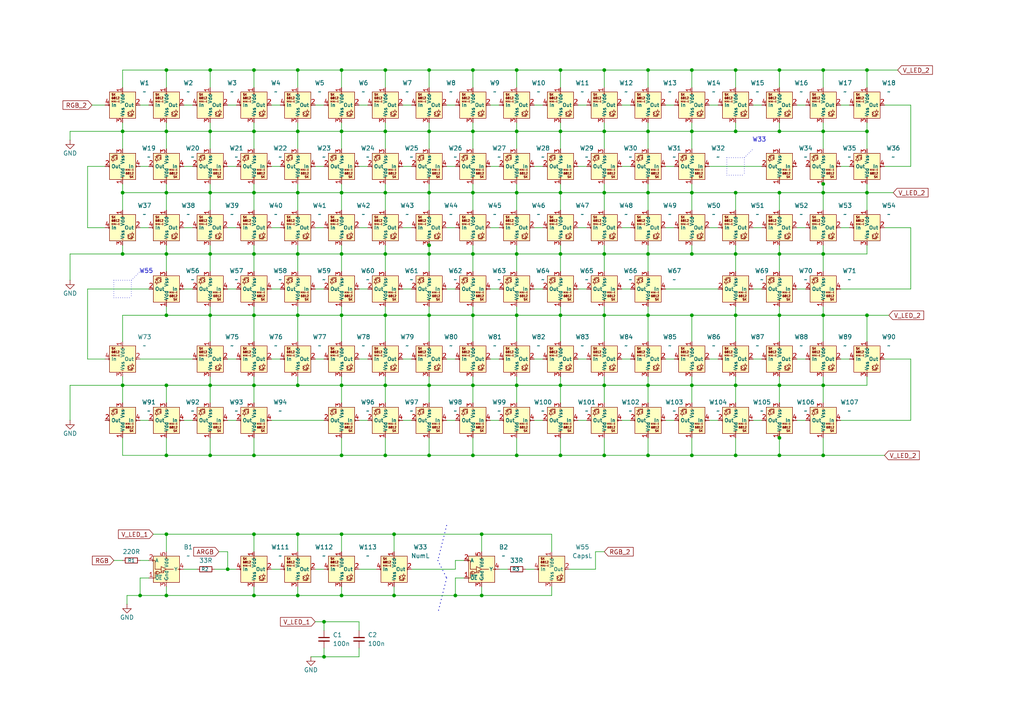
<source format=kicad_sch>
(kicad_sch (version 20250114) (generator "eeschema") (generator_version "9.0")
  (paper "A4")
  (rectangle (start 210.82 50.8) (end 215.9 50.8) (stroke (width 0) (type dot)))
  (rectangle (start 33.02 81.28) (end 38.1 81.28) (stroke (width 0) (type dot)))
  (rectangle (start 210.82 45.72) (end 215.9 45.72) (stroke (width 0) (type dot)))
  (rectangle (start 38.1 81.28) (end 38.1 86.36) (stroke (width 0) (type dot)))
  (rectangle (start 33.02 81.28) (end 33.02 86.36) (stroke (width 0) (type dot)))
  (rectangle (start 210.82 45.72) (end 210.82 50.8) (stroke (width 0) (type dot)))
  (rectangle (start 33.02 86.36) (end 38.1 86.36) (stroke (width 0) (type dot)))
  (rectangle (start 215.9 45.72) (end 215.9 50.8) (stroke (width 0) (type dot)))
  (text "W33" (at 220.218 40.64 0) (effects (font (size 1.27 1.27))))
  (text "W55" (at 42.418 78.74 0) (effects (font (size 1.27 1.27))))
  (junction (at 175.26 73.66))
  (junction (at 139.7 172.72))
  (junction (at 48.26 73.66))
  (junction (at 48.26 91.44))
  (junction (at 187.96 111.76))
  (junction (at 124.46 38.1))
  (junction (at 162.56 132.08))
  (junction (at 48.26 154.94))
  (junction (at 86.36 38.1))
  (junction (at 238.76 111.76))
  (junction (at 132.08 172.72))
  (junction (at 251.46 91.44))
  (junction (at 175.26 38.1))
  (junction (at 175.26 91.44))
  (junction (at 226.06 132.08))
  (junction (at 238.76 38.1))
  (junction (at 60.96 73.66))
  (junction (at 200.66 111.76))
  (junction (at 187.96 20.32))
  (junction (at 137.16 55.88))
  (junction (at 251.46 55.88))
  (junction (at 40.64 172.72))
  (junction (at 187.96 91.44))
  (junction (at 99.06 111.76))
  (junction (at 149.86 111.76))
  (junction (at 124.46 111.76))
  (junction (at 226.06 38.1))
  (junction (at 124.46 55.88))
  (junction (at 137.16 38.1))
  (junction (at 111.76 73.66))
  (junction (at 226.06 73.66))
  (junction (at 149.86 132.08))
  (junction (at 111.76 55.88))
  (junction (at 86.36 73.66))
  (junction (at 200.66 20.32))
  (junction (at 48.26 132.08))
  (junction (at 162.56 73.66))
  (junction (at 139.7 154.94))
  (junction (at 149.86 55.88))
  (junction (at 99.06 154.94))
  (junction (at 86.36 111.76))
  (junction (at 238.76 73.66))
  (junction (at 149.86 38.1))
  (junction (at 226.06 20.32))
  (junction (at 111.76 111.76))
  (junction (at 251.46 38.1))
  (junction (at 111.76 132.08))
  (junction (at 187.96 55.88))
  (junction (at 149.86 20.32))
  (junction (at 73.66 38.1))
  (junction (at 73.66 111.76))
  (junction (at 60.96 38.1))
  (junction (at 124.46 91.44))
  (junction (at 137.16 91.44))
  (junction (at 238.76 53.34))
  (junction (at 213.36 132.08))
  (junction (at 213.36 91.44))
  (junction (at 93.98 180.34))
  (junction (at 73.66 55.88))
  (junction (at 86.36 91.44))
  (junction (at 200.66 38.1))
  (junction (at 124.46 73.66))
  (junction (at 93.98 190.5))
  (junction (at 48.26 20.32))
  (junction (at 73.66 172.72))
  (junction (at 226.06 91.44))
  (junction (at 48.26 172.72))
  (junction (at 73.66 154.94))
  (junction (at 73.66 20.32))
  (junction (at 187.96 38.1))
  (junction (at 60.96 55.88))
  (junction (at 48.26 111.76))
  (junction (at 175.26 55.88))
  (junction (at 73.66 91.44))
  (junction (at 60.96 20.32))
  (junction (at 111.76 38.1))
  (junction (at 175.26 111.76))
  (junction (at 238.76 132.08))
  (junction (at 213.36 55.88))
  (junction (at 213.36 73.66))
  (junction (at 99.06 172.72))
  (junction (at 111.76 91.44))
  (junction (at 66.04 165.1))
  (junction (at 60.96 111.76))
  (junction (at 99.06 20.32))
  (junction (at 175.26 132.08))
  (junction (at 99.06 55.88))
  (junction (at 48.26 55.88))
  (junction (at 114.3 154.94))
  (junction (at 149.86 73.66))
  (junction (at 137.16 111.76))
  (junction (at 149.86 91.44))
  (junction (at 99.06 73.66))
  (junction (at 35.56 73.66))
  (junction (at 213.36 111.76))
  (junction (at 226.06 127))
  (junction (at 86.36 154.94))
  (junction (at 99.06 132.08))
  (junction (at 213.36 38.1))
  (junction (at 86.36 20.32))
  (junction (at 114.3 172.72))
  (junction (at 35.56 111.76))
  (junction (at 251.46 20.32))
  (junction (at 86.36 55.88))
  (junction (at 200.66 91.44))
  (junction (at 226.06 55.88))
  (junction (at 99.06 91.44))
  (junction (at 35.56 55.88))
  (junction (at 48.26 38.1))
  (junction (at 200.66 73.66))
  (junction (at 124.46 132.08))
  (junction (at 111.76 20.32))
  (junction (at 238.76 20.32))
  (junction (at 162.56 111.76))
  (junction (at 137.16 132.08))
  (junction (at 60.96 132.08))
  (junction (at 175.26 20.32))
  (junction (at 238.76 91.44))
  (junction (at 162.56 91.44))
  (junction (at 124.46 71.12))
  (junction (at 137.16 20.32))
  (junction (at 86.36 172.72))
  (junction (at 99.06 38.1))
  (junction (at 187.96 132.08))
  (junction (at 137.16 73.66))
  (junction (at 213.36 20.32))
  (junction (at 200.66 55.88))
  (junction (at 162.56 55.88))
  (junction (at 73.66 132.08))
  (junction (at 238.76 55.88))
  (junction (at 200.66 132.08))
  (junction (at 162.56 38.1))
  (junction (at 60.96 91.44))
  (junction (at 124.46 20.32))
  (junction (at 226.06 111.76))
  (junction (at 162.56 20.32))
  (junction (at 187.96 73.66))
  (junction (at 73.66 73.66))
  (junction (at 35.56 38.1))
  (wire (pts (xy 99.06 73.66) (xy 99.06 78.74)))
  (wire (pts (xy 116.84 104.14) (xy 119.38 104.14)))
  (wire (pts (xy 175.26 55.88) (xy 175.26 60.96)))
  (wire (pts (xy 53.34 30.48) (xy 55.88 30.48)))
  (wire (pts (xy 124.46 73.66) (xy 137.16 73.66)))
  (wire (pts (xy 149.86 35.56) (xy 149.86 38.1)))
  (wire (pts (xy 137.16 88.9) (xy 137.16 91.44)))
  (wire (pts (xy 114.3 154.94) (xy 139.7 154.94)))
  (wire (pts (xy 187.96 111.76) (xy 200.66 111.76)))
  (wire (pts (xy 73.66 38.1) (xy 86.36 38.1)))
  (wire (pts (xy 60.96 111.76) (xy 60.96 116.84)))
  (wire (pts (xy 48.26 53.34) (xy 48.26 55.88)))
  (wire (pts (xy 200.66 111.76) (xy 213.36 111.76)))
  (wire (pts (xy 243.84 83.82) (xy 264.16 83.82)))
  (wire (pts (xy 60.96 20.32) (xy 73.66 20.32)))
  (wire (pts (xy 116.84 66.04) (xy 119.38 66.04)))
  (wire (pts (xy 73.66 154.94) (xy 73.66 160.02)))
  (polyline (pts (xy 215.9 45.72) (xy 218.44 43.18)) (stroke (width 0) (type dot)))
  (wire (pts (xy 162.56 73.66) (xy 162.56 78.74)))
  (wire (pts (xy 142.24 104.14) (xy 144.78 104.14)))
  (wire (pts (xy 124.46 91.44) (xy 124.46 99.06)))
  (wire (pts (xy 48.26 20.32) (xy 48.26 25.4)))
  (wire (pts (xy 104.14 83.82) (xy 106.68 83.82)))
  (wire (pts (xy 111.76 38.1) (xy 111.76 43.18)))
  (wire (pts (xy 231.14 121.92) (xy 233.68 121.92)))
  (wire (pts (xy 99.06 109.22) (xy 99.06 111.76)))
  (wire (pts (xy 149.86 111.76) (xy 162.56 111.76)))
  (wire (pts (xy 129.54 48.26) (xy 132.08 48.26)))
  (wire (pts (xy 60.96 91.44) (xy 60.96 99.06)))
  (wire (pts (xy 60.96 127) (xy 60.96 132.08)))
  (wire (pts (xy 40.64 162.56) (xy 43.18 162.56)))
  (wire (pts (xy 48.26 35.56) (xy 48.26 38.1)))
  (wire (pts (xy 149.86 38.1) (xy 162.56 38.1)))
  (wire (pts (xy 99.06 20.32) (xy 111.76 20.32)))
  (wire (pts (xy 154.94 66.04) (xy 157.48 66.04)))
  (wire (pts (xy 104.14 187.96) (xy 104.14 190.5)))
  (wire (pts (xy 162.56 53.34) (xy 162.56 55.88)))
  (wire (pts (xy 111.76 35.56) (xy 111.76 38.1)))
  (wire (pts (xy 73.66 170.18) (xy 73.66 172.72)))
  (wire (pts (xy 66.04 30.48) (xy 68.58 30.48)))
  (wire (pts (xy 35.56 91.44) (xy 48.26 91.44)))
  (wire (pts (xy 73.66 172.72) (xy 86.36 172.72)))
  (wire (pts (xy 205.74 121.92) (xy 208.28 121.92)))
  (wire (pts (xy 53.34 66.04) (xy 55.88 66.04)))
  (wire (pts (xy 251.46 20.32) (xy 251.46 25.4)))
  (wire (pts (xy 231.14 30.48) (xy 233.68 30.48)))
  (wire (pts (xy 35.56 55.88) (xy 35.56 53.34)))
  (wire (pts (xy 91.44 30.48) (xy 93.98 30.48)))
  (wire (pts (xy 162.56 111.76) (xy 162.56 116.84)))
  (wire (pts (xy 40.64 48.26) (xy 43.18 48.26)))
  (wire (pts (xy 238.76 132.08) (xy 226.06 132.08)))
  (wire (pts (xy 142.24 48.26) (xy 144.78 48.26)))
  (wire (pts (xy 243.84 48.26) (xy 246.38 48.26)))
  (wire (pts (xy 20.32 38.1) (xy 35.56 38.1)))
  (wire (pts (xy 238.76 55.88) (xy 226.06 55.88)))
  (wire (pts (xy 162.56 38.1) (xy 175.26 38.1)))
  (wire (pts (xy 213.36 38.1) (xy 213.36 35.56)))
  (wire (pts (xy 111.76 91.44) (xy 124.46 91.44)))
  (wire (pts (xy 137.16 73.66) (xy 149.86 73.66)))
  (wire (pts (xy 193.04 121.92) (xy 195.58 121.92)))
  (wire (pts (xy 175.26 38.1) (xy 187.96 38.1)))
  (wire (pts (xy 226.06 91.44) (xy 238.76 91.44)))
  (wire (pts (xy 137.16 109.22) (xy 137.16 111.76)))
  (wire (pts (xy 86.36 172.72) (xy 99.06 172.72)))
  (wire (pts (xy 124.46 38.1) (xy 137.16 38.1)))
  (wire (pts (xy 66.04 83.82) (xy 68.58 83.82)))
  (wire (pts (xy 152.4 165.1) (xy 154.94 165.1)))
  (wire (pts (xy 60.96 55.88) (xy 60.96 60.96)))
  (wire (pts (xy 187.96 71.12) (xy 187.96 73.66)))
  (wire (pts (xy 175.26 38.1) (xy 175.26 43.18)))
  (wire (pts (xy 86.36 91.44) (xy 86.36 99.06)))
  (wire (pts (xy 35.56 20.32) (xy 48.26 20.32)))
  (wire (pts (xy 99.06 38.1) (xy 99.06 43.18)))
  (wire (pts (xy 238.76 38.1) (xy 238.76 43.18)))
  (wire (pts (xy 48.26 127) (xy 48.26 132.08)))
  (wire (pts (xy 60.96 73.66) (xy 73.66 73.66)))
  (wire (pts (xy 187.96 111.76) (xy 187.96 116.84)))
  (wire (pts (xy 104.14 66.04) (xy 106.68 66.04)))
  (wire (pts (xy 160.02 170.18) (xy 160.02 172.72)))
  (wire (pts (xy 200.66 91.44) (xy 200.66 99.06)))
  (wire (pts (xy 175.26 111.76) (xy 175.26 116.84)))
  (wire (pts (xy 172.72 160.02) (xy 172.72 165.1)))
  (wire (pts (xy 200.66 91.44) (xy 213.36 91.44)))
  (wire (pts (xy 137.16 55.88) (xy 137.16 60.96)))
  (wire (pts (xy 260.35 20.32) (xy 251.46 20.32)))
  (wire (pts (xy 175.26 88.9) (xy 175.26 91.44)))
  (wire (pts (xy 129.54 83.82) (xy 132.08 83.82)))
  (wire (pts (xy 256.54 48.26) (xy 264.16 48.26)))
  (wire (pts (xy 213.36 73.66) (xy 213.36 78.74)))
  (wire (pts (xy 251.46 109.22) (xy 251.46 111.76)))
  (wire (pts (xy 187.96 35.56) (xy 187.96 38.1)))
  (wire (pts (xy 193.04 104.14) (xy 195.58 104.14)))
  (wire (pts (xy 226.06 109.22) (xy 226.06 111.76)))
  (wire (pts (xy 144.78 165.1) (xy 147.32 165.1)))
  (wire (pts (xy 99.06 88.9) (xy 99.06 91.44)))
  (wire (pts (xy 86.36 55.88) (xy 73.66 55.88)))
  (wire (pts (xy 60.96 20.32) (xy 60.96 25.4)))
  (wire (pts (xy 162.56 91.44) (xy 175.26 91.44)))
  (wire (pts (xy 251.46 55.88) (xy 238.76 55.88)))
  (wire (pts (xy 129.54 104.14) (xy 132.08 104.14)))
  (wire (pts (xy 251.46 20.32) (xy 238.76 20.32)))
  (wire (pts (xy 99.06 111.76) (xy 99.06 116.84)))
  (wire (pts (xy 149.86 38.1) (xy 149.86 43.18)))
  (wire (pts (xy 213.36 111.76) (xy 226.06 111.76)))
  (wire (pts (xy 60.96 132.08) (xy 48.26 132.08)))
  (wire (pts (xy 78.74 30.48) (xy 81.28 30.48)))
  (wire (pts (xy 60.96 73.66) (xy 60.96 78.74)))
  (wire (pts (xy 35.56 38.1) (xy 35.56 43.18)))
  (wire (pts (xy 129.54 121.92) (xy 132.08 121.92)))
  (wire (pts (xy 86.36 38.1) (xy 99.06 38.1)))
  (wire (pts (xy 137.16 38.1) (xy 149.86 38.1)))
  (wire (pts (xy 48.26 71.12) (xy 48.26 73.66)))
  (wire (pts (xy 111.76 73.66) (xy 124.46 73.66)))
  (wire (pts (xy 139.7 172.72) (xy 160.02 172.72)))
  (wire (pts (xy 180.34 121.92) (xy 182.88 121.92)))
  (wire (pts (xy 187.96 73.66) (xy 187.96 78.74)))
  (wire (pts (xy 36.83 172.72) (xy 36.83 175.26)))
  (wire (pts (xy 238.76 71.12) (xy 238.76 73.66)))
  (wire (pts (xy 142.24 83.82) (xy 144.78 83.82)))
  (wire (pts (xy 73.66 73.66) (xy 73.66 78.74)))
  (wire (pts (xy 162.56 88.9) (xy 162.56 91.44)))
  (wire (pts (xy 243.84 30.48) (xy 246.38 30.48)))
  (wire (pts (xy 35.56 111.76) (xy 20.32 111.76)))
  (wire (pts (xy 73.66 109.22) (xy 73.66 111.76)))
  (wire (pts (xy 154.94 48.26) (xy 157.48 48.26)))
  (wire (pts (xy 175.26 53.34) (xy 175.26 55.88)))
  (wire (pts (xy 162.56 38.1) (xy 162.56 43.18)))
  (wire (pts (xy 111.76 55.88) (xy 111.76 60.96)))
  (wire (pts (xy 137.16 35.56) (xy 137.16 38.1)))
  (wire (pts (xy 162.56 55.88) (xy 162.56 60.96)))
  (wire (pts (xy 35.56 111.76) (xy 48.26 111.76)))
  (wire (pts (xy 238.76 20.32) (xy 238.76 25.4)))
  (wire (pts (xy 238.76 132.08) (xy 256.54 132.08)))
  (wire (pts (xy 91.44 104.14) (xy 93.98 104.14)))
  (wire (pts (xy 226.06 38.1) (xy 238.76 38.1)))
  (wire (pts (xy 93.98 180.34) (xy 104.14 180.34)))
  (wire (pts (xy 66.04 165.1) (xy 68.58 165.1)))
  (wire (pts (xy 73.66 91.44) (xy 86.36 91.44)))
  (wire (pts (xy 137.16 111.76) (xy 149.86 111.76)))
  (wire (pts (xy 35.56 55.88) (xy 35.56 60.96)))
  (polyline (pts (xy 129.54 152.4) (xy 127 162.56)) (stroke (width 0.254) (type dot)))
  (wire (pts (xy 25.4 66.04) (xy 30.48 66.04)))
  (wire (pts (xy 86.36 73.66) (xy 86.36 78.74)))
  (polyline (pts (xy 127 162.56) (xy 129.54 167.64)) (stroke (width 0.254) (type dot)))
  (wire (pts (xy 20.32 111.76) (xy 20.32 121.92)))
  (wire (pts (xy 256.54 30.48) (xy 264.16 30.48)))
  (wire (pts (xy 66.04 121.92) (xy 68.58 121.92)))
  (wire (pts (xy 213.36 127) (xy 213.36 132.08)))
  (wire (pts (xy 104.14 30.48) (xy 106.68 30.48)))
  (wire (pts (xy 154.94 30.48) (xy 157.48 30.48)))
  (wire (pts (xy 124.46 132.08) (xy 111.76 132.08)))
  (wire (pts (xy 251.46 91.44) (xy 257.81 91.44)))
  (wire (pts (xy 40.64 167.64) (xy 43.18 167.64)))
  (wire (pts (xy 226.06 111.76) (xy 238.76 111.76)))
  (wire (pts (xy 124.46 71.12) (xy 124.46 73.66)))
  (wire (pts (xy 78.74 66.04) (xy 81.28 66.04)))
  (wire (pts (xy 251.46 38.1) (xy 251.46 43.18)))
  (wire (pts (xy 116.84 121.92) (xy 119.38 121.92)))
  (wire (pts (xy 66.04 104.14) (xy 68.58 104.14)))
  (wire (pts (xy 149.86 91.44) (xy 149.86 99.06)))
  (wire (pts (xy 48.26 88.9) (xy 48.26 91.44)))
  (wire (pts (xy 149.86 91.44) (xy 162.56 91.44)))
  (wire (pts (xy 25.4 48.26) (xy 25.4 66.04)))
  (wire (pts (xy 60.96 111.76) (xy 73.66 111.76)))
  (wire (pts (xy 48.26 73.66) (xy 48.26 78.74)))
  (wire (pts (xy 226.06 127) (xy 226.06 132.08)))
  (wire (pts (xy 40.64 104.14) (xy 55.88 104.14)))
  (wire (pts (xy 137.16 38.1) (xy 137.16 43.18)))
  (wire (pts (xy 60.96 109.22) (xy 60.96 111.76)))
  (wire (pts (xy 200.66 55.88) (xy 187.96 55.88)))
  (wire (pts (xy 162.56 55.88) (xy 149.86 55.88)))
  (wire (pts (xy 175.26 71.12) (xy 175.26 73.66)))
  (wire (pts (xy 187.96 91.44) (xy 187.96 99.06)))
  (wire (pts (xy 73.66 154.94) (xy 86.36 154.94)))
  (wire (pts (xy 175.26 20.32) (xy 187.96 20.32)))
  (wire (pts (xy 180.34 104.14) (xy 182.88 104.14)))
  (wire (pts (xy 213.36 91.44) (xy 213.36 99.06)))
  (wire (pts (xy 205.74 104.14) (xy 208.28 104.14)))
  (wire (pts (xy 40.64 167.64) (xy 40.64 172.72)))
  (wire (pts (xy 60.96 53.34) (xy 60.96 55.88)))
  (wire (pts (xy 134.62 167.64) (xy 132.08 167.64)))
  (wire (pts (xy 119.38 165.1) (xy 132.08 165.1)))
  (wire (pts (xy 226.06 132.08) (xy 213.36 132.08)))
  (wire (pts (xy 48.26 154.94) (xy 48.26 160.02)))
  (wire (pts (xy 238.76 53.34) (xy 238.76 55.88)))
  (wire (pts (xy 213.36 132.08) (xy 200.66 132.08)))
  (wire (pts (xy 137.16 25.4) (xy 137.16 20.32)))
  (wire (pts (xy 86.36 55.88) (xy 86.36 60.96)))
  (wire (pts (xy 73.66 20.32) (xy 86.36 20.32)))
  (wire (pts (xy 35.56 109.22) (xy 35.56 111.76)))
  (wire (pts (xy 25.4 83.82) (xy 25.4 104.14)))
  (wire (pts (xy 180.34 30.48) (xy 182.88 30.48)))
  (wire (pts (xy 124.46 73.66) (xy 124.46 78.74)))
  (wire (pts (xy 40.64 66.04) (xy 43.18 66.04)))
  (wire (pts (xy 104.14 104.14) (xy 106.68 104.14)))
  (wire (pts (xy 238.76 52.07) (xy 238.76 53.34)))
  (wire (pts (xy 91.44 66.04) (xy 93.98 66.04)))
  (wire (pts (xy 124.46 111.76) (xy 137.16 111.76)))
  (wire (pts (xy 91.44 180.34) (xy 93.98 180.34)))
  (wire (pts (xy 200.66 20.32) (xy 187.96 20.32)))
  (wire (pts (xy 86.36 88.9) (xy 86.36 91.44)))
  (wire (pts (xy 66.04 160.02) (xy 66.04 165.1)))
  (wire (pts (xy 129.54 66.04) (xy 132.08 66.04)))
  (wire (pts (xy 48.26 73.66) (xy 60.96 73.66)))
  (wire (pts (xy 251.46 55.88) (xy 251.46 60.96)))
  (wire (pts (xy 48.26 154.94) (xy 73.66 154.94)))
  (wire (pts (xy 40.64 30.48) (xy 43.18 30.48)))
  (wire (pts (xy 149.86 55.88) (xy 149.86 60.96)))
  (wire (pts (xy 124.46 111.76) (xy 124.46 116.84)))
  (wire (pts (xy 187.96 43.18) (xy 187.96 38.1)))
  (wire (pts (xy 66.04 66.04) (xy 68.58 66.04)))
  (wire (pts (xy 93.98 182.88) (xy 93.98 180.34)))
  (wire (pts (xy 124.46 35.56) (xy 124.46 38.1)))
  (wire (pts (xy 99.06 111.76) (xy 111.76 111.76)))
  (wire (pts (xy 124.46 53.34) (xy 124.46 55.88)))
  (wire (pts (xy 111.76 53.34) (xy 111.76 55.88)))
  (wire (pts (xy 132.08 162.56) (xy 134.62 162.56)))
  (wire (pts (xy 104.14 48.26) (xy 106.68 48.26)))
  (wire (pts (xy 78.74 165.1) (xy 81.28 165.1)))
  (wire (pts (xy 137.16 91.44) (xy 137.16 99.06)))
  (wire (pts (xy 124.46 20.32) (xy 124.46 25.4)))
  (wire (pts (xy 48.26 111.76) (xy 48.26 116.84)))
  (wire (pts (xy 93.98 190.5) (xy 93.98 187.96)))
  (wire (pts (xy 86.36 91.44) (xy 99.06 91.44)))
  (wire (pts (xy 167.64 121.92) (xy 170.18 121.92)))
  (wire (pts (xy 175.26 73.66) (xy 175.26 78.74)))
  (wire (pts (xy 86.36 154.94) (xy 86.36 160.02)))
  (wire (pts (xy 142.24 30.48) (xy 144.78 30.48)))
  (wire (pts (xy 175.26 160.02) (xy 172.72 160.02)))
  (wire (pts (xy 213.36 71.12) (xy 213.36 73.66)))
  (wire (pts (xy 78.74 83.82) (xy 81.28 83.82)))
  (wire (pts (xy 63.5 160.02) (xy 66.04 160.02)))
  (wire (pts (xy 78.74 48.26) (xy 81.28 48.26)))
  (wire (pts (xy 175.26 73.66) (xy 187.96 73.66)))
  (wire (pts (xy 256.54 104.14) (xy 264.16 104.14)))
  (wire (pts (xy 149.86 53.34) (xy 149.86 55.88)))
  (wire (pts (xy 78.74 121.92) (xy 93.98 121.92)))
  (wire (pts (xy 213.36 109.22) (xy 213.36 111.76)))
  (wire (pts (xy 213.36 20.32) (xy 200.66 20.32)))
  (wire (pts (xy 193.04 66.04) (xy 195.58 66.04)))
  (wire (pts (xy 231.14 104.14) (xy 233.68 104.14)))
  (wire (pts (xy 175.26 55.88) (xy 162.56 55.88)))
  (wire (pts (xy 187.96 109.22) (xy 187.96 111.76)))
  (wire (pts (xy 44.45 154.94) (xy 48.26 154.94)))
  (wire (pts (xy 187.96 53.34) (xy 187.96 55.88)))
  (wire (pts (xy 200.66 127) (xy 200.66 132.08)))
  (wire (pts (xy 86.36 71.12) (xy 86.36 73.66)))
  (wire (pts (xy 167.64 104.14) (xy 170.18 104.14)))
  (wire (pts (xy 226.06 73.66) (xy 226.06 78.74)))
  (wire (pts (xy 33.02 162.56) (xy 35.56 162.56)))
  (wire (pts (xy 86.36 20.32) (xy 99.06 20.32)))
  (wire (pts (xy 73.66 88.9) (xy 73.66 91.44)))
  (wire (pts (xy 35.56 35.56) (xy 35.56 38.1)))
  (wire (pts (xy 149.86 111.76) (xy 149.86 116.84)))
  (wire (pts (xy 193.04 83.82) (xy 208.28 83.82)))
  (wire (pts (xy 48.26 111.76) (xy 60.96 111.76)))
  (wire (pts (xy 48.26 170.18) (xy 48.26 172.72)))
  (wire (pts (xy 193.04 48.26) (xy 195.58 48.26)))
  (wire (pts (xy 205.74 48.26) (xy 220.98 48.26)))
  (wire (pts (xy 86.36 53.34) (xy 86.36 55.88)))
  (wire (pts (xy 104.14 121.92) (xy 106.68 121.92)))
  (wire (pts (xy 162.56 111.76) (xy 175.26 111.76)))
  (wire (pts (xy 53.34 48.26) (xy 55.88 48.26)))
  (wire (pts (xy 238.76 20.32) (xy 226.06 20.32)))
  (wire (pts (xy 111.76 55.88) (xy 99.06 55.88)))
  (wire (pts (xy 175.26 111.76) (xy 187.96 111.76)))
  (wire (pts (xy 124.46 91.44) (xy 137.16 91.44)))
  (wire (pts (xy 200.66 109.22) (xy 200.66 111.76)))
  (wire (pts (xy 231.14 66.04) (xy 233.68 66.04)))
  (wire (pts (xy 111.76 132.08) (xy 99.06 132.08)))
  (wire (pts (xy 238.76 109.22) (xy 238.76 111.76)))
  (wire (pts (xy 48.26 38.1) (xy 48.26 43.18)))
  (wire (pts (xy 139.7 154.94) (xy 139.7 160.02)))
  (wire (pts (xy 114.3 170.18) (xy 114.3 172.72)))
  (wire (pts (xy 226.06 71.12) (xy 226.06 73.66)))
  (wire (pts (xy 60.96 55.88) (xy 48.26 55.88)))
  (wire (pts (xy 226.06 73.66) (xy 238.76 73.66)))
  (wire (pts (xy 86.36 35.56) (xy 86.36 38.1)))
  (wire (pts (xy 187.96 38.1) (xy 200.66 38.1)))
  (wire (pts (xy 114.3 172.72) (xy 132.08 172.72)))
  (wire (pts (xy 86.36 111.76) (xy 99.06 111.76)))
  (wire (pts (xy 124.46 20.32) (xy 137.16 20.32)))
  (wire (pts (xy 251.46 38.1) (xy 251.46 35.56)))
  (wire (pts (xy 99.06 55.88) (xy 86.36 55.88)))
  (wire (pts (xy 78.74 104.14) (xy 81.28 104.14)))
  (wire (pts (xy 60.96 71.12) (xy 60.96 73.66)))
  (wire (pts (xy 137.16 53.34) (xy 137.16 55.88)))
  (wire (pts (xy 124.46 69.85) (xy 124.46 71.12)))
  (wire (pts (xy 162.56 132.08) (xy 149.86 132.08)))
  (wire (pts (xy 99.06 53.34) (xy 99.06 55.88)))
  (wire (pts (xy 264.16 66.04) (xy 264.16 83.82)))
  (wire (pts (xy 226.06 55.88) (xy 213.36 55.88)))
  (wire (pts (xy 25.4 83.82) (xy 43.18 83.82)))
  (wire (pts (xy 175.26 132.08) (xy 162.56 132.08)))
  (wire (pts (xy 104.14 190.5) (xy 93.98 190.5)))
  (wire (pts (xy 91.44 83.82) (xy 93.98 83.82)))
  (wire (pts (xy 99.06 91.44) (xy 99.06 99.06)))
  (wire (pts (xy 175.26 91.44) (xy 187.96 91.44)))
  (wire (pts (xy 226.06 20.32) (xy 213.36 20.32)))
  (wire (pts (xy 162.56 109.22) (xy 162.56 111.76)))
  (wire (pts (xy 139.7 154.94) (xy 160.02 154.94)))
  (wire (pts (xy 129.54 30.48) (xy 132.08 30.48)))
  (wire (pts (xy 60.96 91.44) (xy 73.66 91.44)))
  (wire (pts (xy 111.76 91.44) (xy 111.76 99.06)))
  (wire (pts (xy 104.14 165.1) (xy 109.22 165.1)))
  (wire (pts (xy 137.16 20.32) (xy 149.86 20.32)))
  (wire (pts (xy 180.34 66.04) (xy 182.88 66.04)))
  (wire (pts (xy 91.44 165.1) (xy 93.98 165.1)))
  (wire (pts (xy 137.16 127) (xy 137.16 132.08)))
  (wire (pts (xy 175.26 127) (xy 175.26 132.08)))
  (wire (pts (xy 116.84 30.48) (xy 119.38 30.48)))
  (wire (pts (xy 149.86 73.66) (xy 162.56 73.66)))
  (wire (pts (xy 86.36 109.22) (xy 86.36 111.76)))
  (wire (pts (xy 238.76 127) (xy 238.76 132.08)))
  (wire (pts (xy 200.66 53.34) (xy 200.66 55.88)))
  (wire (pts (xy 187.96 132.08) (xy 175.26 132.08)))
  (wire (pts (xy 187.96 55.88) (xy 187.96 60.96)))
  (wire (pts (xy 175.26 109.22) (xy 175.26 111.76)))
  (wire (pts (xy 167.64 66.04) (xy 170.18 66.04)))
  (wire (pts (xy 226.06 88.9) (xy 226.06 91.44)))
  (wire (pts (xy 86.36 25.4) (xy 86.36 20.32)))
  (wire (pts (xy 149.86 55.88) (xy 137.16 55.88)))
  (wire (pts (xy 35.56 20.32) (xy 35.56 25.4)))
  (wire (pts (xy 238.76 38.1) (xy 238.76 35.56)))
  (wire (pts (xy 137.16 71.12) (xy 137.16 73.66)))
  (wire (pts (xy 256.54 66.04) (xy 264.16 66.04)))
  (wire (pts (xy 40.64 172.72) (xy 48.26 172.72)))
  (wire (pts (xy 200.66 132.08) (xy 187.96 132.08)))
  (wire (pts (xy 111.76 71.12) (xy 111.76 73.66)))
  (wire (pts (xy 162.56 35.56) (xy 162.56 38.1)))
  (wire (pts (xy 99.06 154.94) (xy 99.06 160.02)))
  (wire (pts (xy 73.66 91.44) (xy 73.66 99.06)))
  (wire (pts (xy 73.66 111.76) (xy 73.66 116.84)))
  (wire (pts (xy 238.76 91.44) (xy 238.76 99.06)))
  (wire (pts (xy 137.16 132.08) (xy 124.46 132.08)))
  (wire (pts (xy 238.76 111.76) (xy 238.76 116.84)))
  (wire (pts (xy 200.66 55.88) (xy 200.66 60.96)))
  (wire (pts (xy 62.23 165.1) (xy 66.04 165.1)))
  (wire (pts (xy 60.96 38.1) (xy 73.66 38.1)))
  (wire (pts (xy 73.66 111.76) (xy 86.36 111.76)))
  (wire (pts (xy 142.24 121.92) (xy 144.78 121.92)))
  (wire (pts (xy 60.96 35.56) (xy 60.96 38.1)))
  (wire (pts (xy 132.08 167.64) (xy 132.08 172.72)))
  (wire (pts (xy 213.36 55.88) (xy 213.36 60.96)))
  (wire (pts (xy 213.36 38.1) (xy 226.06 38.1)))
  (wire (pts (xy 73.66 132.08) (xy 60.96 132.08)))
  (wire (pts (xy 218.44 83.82) (xy 220.98 83.82)))
  (wire (pts (xy 99.06 170.18) (xy 99.06 172.72)))
  (wire (pts (xy 162.56 91.44) (xy 162.56 99.06)))
  (wire (pts (xy 167.64 83.82) (xy 170.18 83.82)))
  (wire (pts (xy 20.32 81.28) (xy 20.32 73.66)))
  (wire (pts (xy 238.76 55.88) (xy 238.76 60.96)))
  (wire (pts (xy 73.66 132.08) (xy 99.06 132.08)))
  (wire (pts (xy 251.46 73.66) (xy 251.46 71.12)))
  (wire (pts (xy 116.84 48.26) (xy 119.38 48.26)))
  (wire (pts (xy 231.14 83.82) (xy 233.68 83.82)))
  (wire (pts (xy 99.06 55.88) (xy 99.06 60.96)))
  (wire (pts (xy 264.16 30.48) (xy 264.16 48.26)))
  (wire (pts (xy 213.36 88.9) (xy 213.36 91.44)))
  (wire (pts (xy 167.64 48.26) (xy 170.18 48.26)))
  (wire (pts (xy 99.06 35.56) (xy 99.06 38.1)))
  (wire (pts (xy 251.46 53.34) (xy 251.46 55.88)))
  (wire (pts (xy 111.76 38.1) (xy 124.46 38.1)))
  (wire (pts (xy 243.84 66.04) (xy 246.38 66.04)))
  (wire (pts (xy 187.96 88.9) (xy 187.96 91.44)))
  (wire (pts (xy 149.86 88.9) (xy 149.86 91.44)))
  (wire (pts (xy 48.26 132.08) (xy 35.56 132.08)))
  (wire (pts (xy 86.36 154.94) (xy 99.06 154.94)))
  (wire (pts (xy 36.83 172.72) (xy 40.64 172.72)))
  (wire (pts (xy 162.56 20.32) (xy 175.26 20.32)))
  (wire (pts (xy 73.66 53.34) (xy 73.66 55.88)))
  (wire (pts (xy 149.86 109.22) (xy 149.86 111.76)))
  (wire (pts (xy 73.66 55.88) (xy 73.66 60.96)))
  (wire (pts (xy 259.08 55.88) (xy 251.46 55.88)))
  (wire (pts (xy 124.46 109.22) (xy 124.46 111.76)))
  (wire (pts (xy 213.36 55.88) (xy 200.66 55.88)))
  (wire (pts (xy 60.96 38.1) (xy 60.96 43.18)))
  (wire (pts (xy 40.64 121.92) (xy 43.18 121.92)))
  (wire (pts (xy 175.26 91.44) (xy 175.26 99.06)))
  (polyline (pts (xy 38.1 81.28) (xy 40.64 78.74)) (stroke (width 0) (type dot)))
  (wire (pts (xy 226.06 91.44) (xy 226.06 99.06)))
  (wire (pts (xy 200.66 111.76) (xy 200.66 116.84)))
  (wire (pts (xy 243.84 104.14) (xy 246.38 104.14)))
  (wire (pts (xy 124.46 88.9) (xy 124.46 91.44)))
  (wire (pts (xy 162.56 73.66) (xy 175.26 73.66)))
  (wire (pts (xy 99.06 38.1) (xy 111.76 38.1)))
  (wire (pts (xy 53.34 121.92) (xy 55.88 121.92)))
  (wire (pts (xy 139.7 170.18) (xy 139.7 172.72)))
  (wire (pts (xy 187.96 55.88) (xy 175.26 55.88)))
  (wire (pts (xy 53.34 165.1) (xy 57.15 165.1)))
  (wire (pts (xy 66.04 48.26) (xy 68.58 48.26)))
  (wire (pts (xy 35.56 73.66) (xy 48.26 73.66)))
  (wire (pts (xy 99.06 20.32) (xy 99.06 25.4)))
  (wire (pts (xy 111.76 111.76) (xy 111.76 116.84)))
  (wire (pts (xy 35.56 111.76) (xy 35.56 116.84)))
  (wire (pts (xy 111.76 109.22) (xy 111.76 111.76)))
  (wire (pts (xy 111.76 127) (xy 111.76 132.08)))
  (wire (pts (xy 137.16 91.44) (xy 149.86 91.44)))
  (wire (pts (xy 154.94 83.82) (xy 157.48 83.82)))
  (wire (pts (xy 200.66 71.12) (xy 200.66 73.66)))
  (wire (pts (xy 200.66 38.1) (xy 213.36 38.1)))
  (wire (pts (xy 116.84 83.82) (xy 119.38 83.82)))
  (wire (pts (xy 124.46 55.88) (xy 111.76 55.88)))
  (wire (pts (xy 91.44 48.26) (xy 93.98 48.26)))
  (wire (pts (xy 213.36 20.32) (xy 213.36 25.4)))
  (wire (pts (xy 48.26 38.1) (xy 60.96 38.1)))
  (wire (pts (xy 243.84 121.92) (xy 264.16 121.92)))
  (wire (pts (xy 205.74 30.48) (xy 208.28 30.48)))
  (wire (pts (xy 124.46 127) (xy 124.46 132.08)))
  (wire (pts (xy 218.44 66.04) (xy 220.98 66.04)))
  (wire (pts (xy 165.1 165.1) (xy 172.72 165.1)))
  (wire (pts (xy 35.56 132.08) (xy 35.56 127)))
  (wire (pts (xy 73.66 71.12) (xy 73.66 73.66)))
  (wire (pts (xy 238.76 73.66) (xy 238.76 78.74)))
  (wire (pts (xy 99.06 71.12) (xy 99.06 73.66)))
  (wire (pts (xy 149.86 71.12) (xy 149.86 73.66)))
  (wire (pts (xy 218.44 104.14) (xy 220.98 104.14)))
  (wire (pts (xy 162.56 20.32) (xy 162.56 25.4)))
  (wire (pts (xy 226.06 38.1) (xy 226.06 35.56)))
  (wire (pts (xy 114.3 154.94) (xy 114.3 160.02)))
  (wire (pts (xy 205.74 66.04) (xy 208.28 66.04)))
  (wire (pts (xy 226.06 55.88) (xy 226.06 60.96)))
  (wire (pts (xy 187.96 20.32) (xy 187.96 25.4)))
  (wire (pts (xy 35.56 38.1) (xy 48.26 38.1)))
  (wire (pts (xy 60.96 88.9) (xy 60.96 91.44)))
  (wire (pts (xy 99.06 172.72) (xy 114.3 172.72)))
  (wire (pts (xy 73.66 35.56) (xy 73.66 38.1)))
  (wire (pts (xy 111.76 73.66) (xy 111.76 78.74)))
  (polyline (pts (xy 129.54 167.64) (xy 127 177.8)) (stroke (width 0.254) (type dot)))
  (wire (pts (xy 124.46 55.88) (xy 124.46 60.96)))
  (wire (pts (xy 180.34 83.82) (xy 182.88 83.82)))
  (wire (pts (xy 238.76 73.66) (xy 251.46 73.66)))
  (wire (pts (xy 238.76 88.9) (xy 238.76 91.44)))
  (wire (pts (xy 137.16 73.66) (xy 137.16 78.74)))
  (wire (pts (xy 99.06 127) (xy 99.06 132.08)))
  (wire (pts (xy 218.44 30.48) (xy 220.98 30.48)))
  (wire (pts (xy 48.26 55.88) (xy 48.26 60.96)))
  (wire (pts (xy 193.04 30.48) (xy 195.58 30.48)))
  (wire (pts (xy 48.26 91.44) (xy 60.96 91.44)))
  (wire (pts (xy 137.16 111.76) (xy 137.16 116.84)))
  (wire (pts (xy 20.32 73.66) (xy 35.56 73.66)))
  (wire (pts (xy 175.26 35.56) (xy 175.26 38.1)))
  (wire (pts (xy 264.16 104.14) (xy 264.16 121.92)))
  (wire (pts (xy 175.26 25.4) (xy 175.26 20.32)))
  (wire (pts (xy 149.86 73.66) (xy 149.86 78.74)))
  (wire (pts (xy 132.08 165.1) (xy 132.08 162.56)))
  (wire (pts (xy 187.96 73.66) (xy 200.66 73.66)))
  (wire (pts (xy 226.06 125.73) (xy 226.06 127)))
  (wire (pts (xy 86.36 170.18) (xy 86.36 172.72)))
  (wire (pts (xy 226.06 20.32) (xy 226.06 25.4)))
  (wire (pts (xy 180.34 48.26) (xy 182.88 48.26)))
  (wire (pts (xy 26.67 30.48) (xy 30.48 30.48)))
  (wire (pts (xy 200.66 38.1) (xy 200.66 43.18)))
  (wire (pts (xy 99.06 154.94) (xy 114.3 154.94)))
  (wire (pts (xy 238.76 91.44) (xy 251.46 91.44)))
  (wire (pts (xy 35.56 91.44) (xy 35.56 99.06)))
  (wire (pts (xy 200.66 73.66) (xy 213.36 73.66)))
  (wire (pts (xy 124.46 38.1) (xy 124.46 43.18)))
  (wire (pts (xy 213.36 91.44) (xy 226.06 91.44)))
  (wire (pts (xy 142.24 66.04) (xy 144.78 66.04)))
  (wire (pts (xy 30.48 48.26) (xy 25.4 48.26)))
  (wire (pts (xy 111.76 88.9) (xy 111.76 91.44)))
  (wire (pts (xy 104.14 180.34) (xy 104.14 182.88)))
  (wire (pts (xy 167.64 30.48) (xy 170.18 30.48)))
  (wire (pts (xy 149.86 20.32) (xy 162.56 20.32)))
  (wire (pts (xy 162.56 127) (xy 162.56 132.08)))
  (wire (pts (xy 73.66 20.32) (xy 73.66 25.4)))
  (wire (pts (xy 93.98 190.5) (xy 90.17 190.5)))
  (wire (pts (xy 73.66 127) (xy 73.66 132.08)))
  (wire (pts (xy 187.96 127) (xy 187.96 132.08)))
  (wire (pts (xy 20.32 40.64) (xy 20.32 38.1)))
  (wire (pts (xy 73.66 55.88) (xy 60.96 55.88)))
  (wire (pts (xy 200.66 35.56) (xy 200.66 38.1)))
  (wire (pts (xy 238.76 111.76) (xy 251.46 111.76)))
  (wire (pts (xy 99.06 91.44) (xy 111.76 91.44)))
  (wire (pts (xy 200.66 20.32) (xy 200.66 25.4)))
  (wire (pts (xy 213.36 111.76) (xy 213.36 116.84)))
  (wire (pts (xy 73.66 73.66) (xy 86.36 73.66)))
  (wire (pts (xy 218.44 121.92) (xy 220.98 121.92)))
  (wire (pts (xy 226.06 111.76) (xy 226.06 116.84)))
  (wire (pts (xy 35.56 71.12) (xy 35.56 73.66)))
  (wire (pts (xy 162.56 71.12) (xy 162.56 73.66)))
  (wire (pts (xy 137.16 55.88) (xy 124.46 55.88)))
  (wire (pts (xy 160.02 154.94) (xy 160.02 160.02)))
  (wire (pts (xy 25.4 104.14) (xy 30.48 104.14)))
  (wire (pts (xy 86.36 38.1) (xy 86.36 43.18)))
  (wire (pts (xy 149.86 132.08) (xy 137.16 132.08)))
  (wire (pts (xy 238.76 38.1) (xy 251.46 38.1)))
  (wire (pts (xy 187.96 91.44) (xy 200.66 91.44)))
  (wire (pts (xy 111.76 20.32) (xy 124.46 20.32)))
  (wire (pts (xy 149.86 127) (xy 149.86 132.08)))
  (wire (pts (xy 99.06 73.66) (xy 111.76 73.66)))
  (wire (pts (xy 73.66 38.1) (xy 73.66 43.18)))
  (wire (pts (xy 111.76 20.32) (xy 111.76 25.4)))
  (wire (pts (xy 213.36 73.66) (xy 226.06 73.66)))
  (wire (pts (xy 154.94 104.14) (xy 157.48 104.14)))
  (wire (pts (xy 48.26 55.88) (xy 35.56 55.88)))
  (wire (pts (xy 48.26 20.32) (xy 60.96 20.32)))
  (wire (pts (xy 111.76 111.76) (xy 124.46 111.76)))
  (wire (pts (xy 251.46 91.44) (xy 251.46 99.06)))
  (wire (pts (xy 48.26 172.72) (xy 73.66 172.72)))
  (wire (pts (xy 53.34 83.82) (xy 55.88 83.82)))
  (wire (pts (xy 132.08 172.72) (xy 139.7 172.72)))
  (wire (pts (xy 86.36 73.66) (xy 99.06 73.66)))
  (wire (pts (xy 149.86 25.4) (xy 149.86 20.32)))
  (wire (pts (xy 154.94 121.92) (xy 157.48 121.92)))
  (global_label "RGB_2" (shape input) (at 26.67 30.48 180) (property "Intersheetrefs" "${INTERSHEET_REFS}" (effects (hide yes))))
  (global_label "V_LED_2" (shape input) (at 260.35 20.32 0) (property "Intersheetrefs" "${INTERSHEET_REFS}" (effects (hide yes))))
  (global_label "V_LED_2" (shape input) (at 257.81 91.44 0) (property "Intersheetrefs" "${INTERSHEET_REFS}" (effects (hide yes))))
  (global_label "V_LED_1" (shape input) (at 44.45 154.94 180) (property "Intersheetrefs" "${INTERSHEET_REFS}" (effects (hide yes))))
  (global_label "RGB_2" (shape input) (at 175.26 160.02 0) (property "Intersheetrefs" "${INTERSHEET_REFS}" (effects (hide yes))))
  (global_label "V_LED_2" (shape input) (at 259.08 55.88 0) (property "Intersheetrefs" "${INTERSHEET_REFS}" (effects (hide yes))))
  (global_label "ARGB" (shape input) (at 63.5 160.02 180) (property "Intersheetrefs" "${INTERSHEET_REFS}" (effects (hide yes))))
  (global_label "V_LED_1" (shape input) (at 91.44 180.34 180) (property "Intersheetrefs" "${INTERSHEET_REFS}" (effects (hide yes))))
  (global_label "RGB" (shape input) (at 33.02 162.56 180) (property "Intersheetrefs" "${INTERSHEET_REFS}" (effects (hide yes))))
  (global_label "V_LED_2" (shape input) (at 256.54 132.08 0) (property "Intersheetrefs" "${INTERSHEET_REFS}" (effects (hide yes))))
  (symbol (lib_id "ts-keyboard-lib:SK6812MINI-E") (at 124.46 104.14 0) (unit 1)
    (property "Reference" "W80" (at 130.81 97.7198 0))
    (property "Value" "~" (at 130.81 100.2598 0))
    (property "Footprint" "ts-keyboard-lib:SK6812MINI-E" (effects (hide yes)))
    (property "Datasheet" "https://github.com/Tecsmith/ts-kicad-lib/blob/main/docs/sk6812mini-e-C5149201.pdf" (effects (hide yes)))
  )
  (symbol (lib_id "ts-keyboard-lib:SK6812MINI-E") (at 162.56 104.14 0) (unit 1)
    (property "Reference" "W83" (at 168.91 97.7198 0))
    (property "Value" "~" (at 168.91 100.2598 0))
    (property "Footprint" "ts-keyboard-lib:SK6812MINI-E" (effects (hide yes)))
    (property "Datasheet" "https://github.com/Tecsmith/ts-kicad-lib/blob/main/docs/sk6812mini-e-C5149201.pdf" (effects (hide yes)))
  )
  (symbol (lib_id "ts-keyboard-lib:SK6812MINI-E") (at 200.66 30.48 0) (unit 1)
    (property "Reference" "W14" (at 207.01 24.0598 0))
    (property "Value" "~" (at 207.01 26.5998 0))
    (property "Footprint" "ts-keyboard-lib:SK6812MINI-E" (effects (hide yes)))
    (property "Datasheet" "https://github.com/Tecsmith/ts-kicad-lib/blob/main/docs/sk6812mini-e-C5149201.pdf" (effects (hide yes)))
  )
  (symbol (lib_id "ts-keyboard-lib:SK6812MINI-E") (at 111.76 83.82 180) (unit 1)
    (property "Reference" "W61" (at 119.38 78.5493 0))
    (property "Value" "~" (at 119.38 81.0893 0))
    (property "Footprint" "ts-keyboard-lib:SK6812MINI-E" (effects (hide yes)))
    (property "Datasheet" "https://github.com/Tecsmith/ts-kicad-lib/blob/main/docs/sk6812mini-e-C5149201.pdf" (effects (hide yes)))
  )
  (symbol (lib_id "power:GND") (at 20.32 81.28 0) (unit 1)
    (property "Reference" "#PWR02" (effects (hide yes)))
    (property "Value" "GND" (at 20.32 85.09 0))
    (property "Description" "Power symbol creates a global label with name \"GND\" , ground" (effects (hide yes)))
  )
  (symbol (lib_id "ts-keyboard-lib:SK6812MINI-E") (at 226.06 83.82 180) (unit 1)
    (property "Reference" "W70" (at 233.68 78.5493 0))
    (property "Value" "~" (at 233.68 81.0893 0))
    (property "Footprint" "ts-keyboard-lib:SK6812MINI-E" (effects (hide yes)))
    (property "Datasheet" "https://github.com/Tecsmith/ts-kicad-lib/blob/main/docs/sk6812mini-e-C5149201.pdf" (effects (hide yes)))
  )
  (symbol (lib_id "Device:R_Small") (at 59.69 165.1 90) (unit 1)
    (property "Reference" "R2" (at 59.436 165.1 90) (effects (font (size 1.016 1.016))))
    (property "Value" "33R" (at 59.69 162.56 90))
    (property "Footprint" "Resistor_SMD:R_0603_1608Metric_Pad0.98x0.95mm_HandSolder" (effects (hide yes)))
    (property "Description" "Resistor, small symbol" (effects (hide yes)))
  )
  (symbol (lib_id "ts-keyboard-lib:SK6812MINI-E") (at 60.96 66.04 0) (unit 1)
    (property "Reference" "W39" (at 67.31 59.6198 0))
    (property "Value" "~" (at 67.31 62.1598 0))
    (property "Footprint" "ts-keyboard-lib:SK6812MINI-E" (effects (hide yes)))
    (property "Datasheet" "https://github.com/Tecsmith/ts-kicad-lib/blob/main/docs/sk6812mini-e-C5149201.pdf" (effects (hide yes)))
  )
  (symbol (lib_id "ts-keyboard-lib:SK6812MINI-E") (at 213.36 104.14 0) (unit 1)
    (property "Reference" "W87" (at 219.71 97.7198 0))
    (property "Value" "~" (at 219.71 100.2598 0))
    (property "Footprint" "ts-keyboard-lib:SK6812MINI-E" (effects (hide yes)))
    (property "Datasheet" "https://github.com/Tecsmith/ts-kicad-lib/blob/main/docs/sk6812mini-e-C5149201.pdf" (effects (hide yes)))
  )
  (symbol (lib_id "ts-keyboard-lib:SK6812MINI-E") (at 111.76 66.04 0) (unit 1)
    (property "Reference" "W43" (at 118.11 59.6198 0))
    (property "Value" "~" (at 118.11 62.1598 0))
    (property "Footprint" "ts-keyboard-lib:SK6812MINI-E" (effects (hide yes)))
    (property "Datasheet" "https://github.com/Tecsmith/ts-kicad-lib/blob/main/docs/sk6812mini-e-C5149201.pdf" (effects (hide yes)))
  )
  (symbol (lib_id "ts-keyboard-lib:SK6812MINI-E") (at 137.16 83.82 180) (unit 1)
    (property "Reference" "W63" (at 144.78 78.5493 0))
    (property "Value" "~" (at 144.78 81.0893 0))
    (property "Footprint" "ts-keyboard-lib:SK6812MINI-E" (effects (hide yes)))
    (property "Datasheet" "https://github.com/Tecsmith/ts-kicad-lib/blob/main/docs/sk6812mini-e-C5149201.pdf" (effects (hide yes)))
  )
  (symbol (lib_id "ts-keyboard-lib:SK6812MINI-E") (at 60.96 83.82 180) (unit 1)
    (property "Reference" "W57" (at 68.58 78.5493 0))
    (property "Value" "~" (at 68.58 81.0893 0))
    (property "Footprint" "ts-keyboard-lib:SK6812MINI-E" (effects (hide yes)))
    (property "Datasheet" "https://github.com/Tecsmith/ts-kicad-lib/blob/main/docs/sk6812mini-e-C5149201.pdf" (effects (hide yes)))
  )
  (symbol (lib_id "ts-keyboard-lib:SK6812MINI-E") (at 99.06 165.1 0) (unit 1)
    (property "Reference" "W113" (at 106.68 158.6798 0))
    (property "Value" "~" (at 106.68 161.2198 0))
    (property "Footprint" "ts-keyboard-lib:SK6812MINI-E" (effects (hide yes)))
    (property "Datasheet" "https://github.com/Tecsmith/ts-kicad-lib/blob/main/docs/sk6812mini-e-C5149201.pdf" (effects (hide yes)))
  )
  (symbol (lib_id "ts-keyboard-lib:SK6812MINI-E") (at 175.26 66.04 0) (unit 1)
    (property "Reference" "W48" (at 181.61 59.6198 0))
    (property "Value" "~" (at 181.61 62.1598 0))
    (property "Footprint" "ts-keyboard-lib:SK6812MINI-E" (effects (hide yes)))
    (property "Datasheet" "https://github.com/Tecsmith/ts-kicad-lib/blob/main/docs/sk6812mini-e-C5149201.pdf" (effects (hide yes)))
  )
  (symbol (lib_id "ts-keyboard-lib:SK6812MINI-E") (at 137.16 66.04 0) (unit 1)
    (property "Reference" "W45" (at 143.51 59.6198 0))
    (property "Value" "~" (at 143.51 62.1598 0))
    (property "Footprint" "ts-keyboard-lib:SK6812MINI-E" (effects (hide yes)))
    (property "Datasheet" "https://github.com/Tecsmith/ts-kicad-lib/blob/main/docs/sk6812mini-e-C5149201.pdf" (effects (hide yes)))
  )
  (symbol (lib_id "ts-keyboard-lib:SK6812MINI-E") (at 175.26 83.82 180) (unit 1)
    (property "Reference" "W66" (at 182.88 78.5493 0))
    (property "Value" "~" (at 182.88 81.0893 0))
    (property "Footprint" "ts-keyboard-lib:SK6812MINI-E" (effects (hide yes)))
    (property "Datasheet" "https://github.com/Tecsmith/ts-kicad-lib/blob/main/docs/sk6812mini-e-C5149201.pdf" (effects (hide yes)))
  )
  (symbol (lib_id "ts-keyboard-lib:SK6812MINI-E") (at 187.96 30.48 0) (unit 1)
    (property "Reference" "W13" (at 194.31 24.0598 0))
    (property "Value" "~" (at 194.31 26.5998 0))
    (property "Footprint" "ts-keyboard-lib:SK6812MINI-E" (effects (hide yes)))
    (property "Datasheet" "https://github.com/Tecsmith/ts-kicad-lib/blob/main/docs/sk6812mini-e-C5149201.pdf" (effects (hide yes)))
  )
  (symbol (lib_id "ts-keyboard-lib:SK6812MINI-E") (at 226.06 121.92 180) (unit 1)
    (property "Reference" "W106" (at 233.68 116.6493 0))
    (property "Value" "~" (at 233.68 119.1893 0))
    (property "Footprint" "ts-keyboard-lib:SK6812MINI-E" (effects (hide yes)))
    (property "Datasheet" "https://github.com/Tecsmith/ts-kicad-lib/blob/main/docs/sk6812mini-e-C5149201.pdf" (effects (hide yes)))
  )
  (symbol (lib_id "ts-keyboard-lib:SK6812MINI-E") (at 60.96 30.48 0) (unit 1)
    (property "Reference" "W3" (at 67.31 24.0598 0))
    (property "Value" "~" (at 67.31 26.5998 0))
    (property "Footprint" "ts-keyboard-lib:SK6812MINI-E" (effects (hide yes)))
    (property "Datasheet" "https://github.com/Tecsmith/ts-kicad-lib/blob/main/docs/sk6812mini-e-C5149201.pdf" (effects (hide yes)))
  )
  (symbol (lib_id "ts-keyboard-lib:SK6812MINI-E") (at 238.76 121.92 180) (unit 1)
    (property "Reference" "W107" (at 246.38 116.6493 0))
    (property "Value" "~" (at 246.38 119.1893 0))
    (property "Footprint" "ts-keyboard-lib:SK6812MINI-E" (effects (hide yes)))
    (property "Datasheet" "https://github.com/Tecsmith/ts-kicad-lib/blob/main/docs/sk6812mini-e-C5149201.pdf" (effects (hide yes)))
  )
  (symbol (lib_id "ts-keyboard-lib:SK6812MINI-E") (at 238.76 104.14 0) (unit 1)
    (property "Reference" "W89" (at 245.11 97.7198 0))
    (property "Value" "~" (at 245.11 100.2598 0))
    (property "Footprint" "ts-keyboard-lib:SK6812MINI-E" (effects (hide yes)))
    (property "Datasheet" "https://github.com/Tecsmith/ts-kicad-lib/blob/main/docs/sk6812mini-e-C5149201.pdf" (effects (hide yes)))
  )
  (symbol (lib_id "Device:R_Small") (at 38.1 162.56 90) (unit 1)
    (property "Reference" "R1" (at 38.1 162.56 90) (effects (font (size 1.016 1.016))))
    (property "Value" "220R" (at 38.1 160.02 90))
    (property "Footprint" "Resistor_SMD:R_0603_1608Metric_Pad0.98x0.95mm_HandSolder" (effects (hide yes)))
    (property "Description" "Resistor, small symbol" (effects (hide yes)))
  )
  (symbol (lib_id "ts-keyboard-lib:SK6812MINI-E") (at 162.56 30.48 0) (unit 1)
    (property "Reference" "W11" (at 168.91 24.0598 0))
    (property "Value" "~" (at 168.91 26.5998 0))
    (property "Footprint" "ts-keyboard-lib:SK6812MINI-E" (effects (hide yes)))
    (property "Datasheet" "https://github.com/Tecsmith/ts-kicad-lib/blob/main/docs/sk6812mini-e-C5149201.pdf" (effects (hide yes)))
  )
  (symbol (lib_id "ts-keyboard-lib:SK6812MINI-E") (at 86.36 165.1 0) (unit 1)
    (property "Reference" "W112" (at 93.98 158.6798 0))
    (property "Value" "~" (at 93.98 161.2198 0))
    (property "Footprint" "ts-keyboard-lib:SK6812MINI-E" (effects (hide yes)))
    (property "Datasheet" "https://github.com/Tecsmith/ts-kicad-lib/blob/main/docs/sk6812mini-e-C5149201.pdf" (effects (hide yes)))
  )
  (symbol (lib_id "ts-keyboard-lib:SK6812MINI-E") (at 251.46 66.04 0) (unit 1)
    (property "Reference" "W54" (at 257.81 59.6198 0))
    (property "Value" "~" (at 257.81 62.1598 0))
    (property "Footprint" "ts-keyboard-lib:SK6812MINI-E" (effects (hide yes)))
    (property "Datasheet" "https://github.com/Tecsmith/ts-kicad-lib/blob/main/docs/sk6812mini-e-C5149201.pdf" (effects (hide yes)))
  )
  (symbol (lib_id "ts-keyboard-lib:SK6812MINI-E") (at 238.76 48.26 180) (unit 1)
    (property "Reference" "W35" (at 246.38 42.9893 0))
    (property "Value" "~" (at 246.38 45.5293 0))
    (property "Footprint" "ts-keyboard-lib:SK6812MINI-E" (effects (hide yes)))
    (property "Datasheet" "https://github.com/Tecsmith/ts-kicad-lib/blob/main/docs/sk6812mini-e-C5149201.pdf" (effects (hide yes)))
  )
  (symbol (lib_id "ts-keyboard-lib:SK6812MINI-E") (at 35.56 30.48 0) (unit 1)
    (property "Reference" "W1" (at 41.91 24.0598 0))
    (property "Value" "~" (at 41.91 26.5998 0))
    (property "Footprint" "ts-keyboard-lib:SK6812MINI-E" (effects (hide yes)))
    (property "Datasheet" "https://github.com/Tecsmith/ts-kicad-lib/blob/main/docs/sk6812mini-e-C5149201.pdf" (effects (hide yes)))
  )
  (symbol (lib_id "ts-keyboard-lib:SK6812MINI-E") (at 226.06 48.26 180) (unit 1)
    (property "Reference" "W34" (at 233.68 42.9893 0))
    (property "Value" "~" (at 233.68 45.5293 0))
    (property "Footprint" "ts-keyboard-lib:SK6812MINI-E" (effects (hide yes)))
    (property "Datasheet" "https://github.com/Tecsmith/ts-kicad-lib/blob/main/docs/sk6812mini-e-C5149201.pdf" (effects (hide yes)))
  )
  (symbol (lib_id "ts-keyboard-lib:SK6812MINI-E") (at 35.56 48.26 180) (unit 1)
    (property "Reference" "W19" (at 43.18 42.9893 0))
    (property "Value" "~" (at 43.18 45.5293 0))
    (property "Footprint" "ts-keyboard-lib:SK6812MINI-E" (effects (hide yes)))
    (property "Datasheet" "https://github.com/Tecsmith/ts-kicad-lib/blob/main/docs/sk6812mini-e-C5149201.pdf" (effects (hide yes)))
  )
  (symbol (lib_id "ts-keyboard-lib:SK6812MINI-E") (at 251.46 104.14 0) (unit 1)
    (property "Reference" "W90" (at 257.81 97.7198 0))
    (property "Value" "~" (at 257.81 100.2598 0))
    (property "Footprint" "ts-keyboard-lib:SK6812MINI-E" (effects (hide yes)))
    (property "Datasheet" "https://github.com/Tecsmith/ts-kicad-lib/blob/main/docs/sk6812mini-e-C5149201.pdf" (effects (hide yes)))
  )
  (symbol (lib_id "Device:C_Small") (at 104.14 185.42 180) (unit 1)
    (property "Reference" "C2" (at 106.68 184.1435 0) (effects (justify right)))
    (property "Value" "100n" (at 106.68 186.6835 0) (effects (justify right)))
    (property "Footprint" "Capacitor_SMD:C_0603_1608Metric_Pad1.08x0.95mm_HandSolder" (effects (hide yes)))
    (property "Description" "Unpolarized capacitor, small symbol" (effects (hide yes)))
  )
  (symbol (lib_id "ts-keyboard-lib:SK6812MINI-E") (at 99.06 83.82 180) (unit 1)
    (property "Reference" "W60" (at 106.68 78.5493 0))
    (property "Value" "~" (at 106.68 81.0893 0))
    (property "Footprint" "ts-keyboard-lib:SK6812MINI-E" (effects (hide yes)))
    (property "Datasheet" "https://github.com/Tecsmith/ts-kicad-lib/blob/main/docs/sk6812mini-e-C5149201.pdf" (effects (hide yes)))
  )
  (symbol (lib_id "ts-keyboard-lib:SK6812MINI-E") (at 124.46 83.82 180) (unit 1)
    (property "Reference" "W62" (at 132.08 78.5493 0))
    (property "Value" "~" (at 132.08 81.0893 0))
    (property "Footprint" "ts-keyboard-lib:SK6812MINI-E" (effects (hide yes)))
    (property "Datasheet" "https://github.com/Tecsmith/ts-kicad-lib/blob/main/docs/sk6812mini-e-C5149201.pdf" (effects (hide yes)))
  )
  (symbol (lib_id "ts-keyboard-lib:SK6812MINI-E") (at 124.46 30.48 0) (unit 1)
    (property "Reference" "W8" (at 130.81 24.0598 0))
    (property "Value" "~" (at 130.81 26.5998 0))
    (property "Footprint" "ts-keyboard-lib:SK6812MINI-E" (effects (hide yes)))
    (property "Datasheet" "https://github.com/Tecsmith/ts-kicad-lib/blob/main/docs/sk6812mini-e-C5149201.pdf" (effects (hide yes)))
  )
  (symbol (lib_id "ts-keyboard-lib:SK6812MINI-E") (at 149.86 83.82 180) (unit 1)
    (property "Reference" "W64" (at 157.48 78.5493 0))
    (property "Value" "~" (at 157.48 81.0893 0))
    (property "Footprint" "ts-keyboard-lib:SK6812MINI-E" (effects (hide yes)))
    (property "Datasheet" "https://github.com/Tecsmith/ts-kicad-lib/blob/main/docs/sk6812mini-e-C5149201.pdf" (effects (hide yes)))
  )
  (symbol (lib_id "ts-keyboard-lib:SK6812MINI-E") (at 73.66 121.92 180) (unit 1)
    (property "Reference" "W94" (at 81.28 116.6493 0))
    (property "Value" "~" (at 81.28 119.1893 0))
    (property "Footprint" "ts-keyboard-lib:SK6812MINI-E" (effects (hide yes)))
    (property "Datasheet" "https://github.com/Tecsmith/ts-kicad-lib/blob/main/docs/sk6812mini-e-C5149201.pdf" (effects (hide yes)))
  )
  (symbol (lib_id "ts-keyboard-lib:SK6812MINI-E") (at 238.76 66.04 0) (unit 1)
    (property "Reference" "W53" (at 245.11 59.6198 0))
    (property "Value" "~" (at 245.11 62.1598 0))
    (property "Footprint" "ts-keyboard-lib:SK6812MINI-E" (effects (hide yes)))
    (property "Datasheet" "https://github.com/Tecsmith/ts-kicad-lib/blob/main/docs/sk6812mini-e-C5149201.pdf" (effects (hide yes)))
  )
  (symbol (lib_id "ts-keyboard-lib:SK6812MINI-E") (at 35.56 104.14 0) (unit 1)
    (property "Reference" "W73" (at 41.91 97.7198 0))
    (property "Value" "~" (at 41.91 100.2598 0))
    (property "Footprint" "ts-keyboard-lib:SK6812MINI-E" (effects (hide yes)))
    (property "Datasheet" "https://github.com/Tecsmith/ts-kicad-lib/blob/main/docs/sk6812mini-e-C5149201.pdf" (effects (hide yes)))
  )
  (symbol (lib_id "ts-keyboard-lib:SK6812MINI-E") (at 86.36 48.26 180) (unit 1)
    (property "Reference" "W23" (at 93.98 42.9893 0))
    (property "Value" "~" (at 93.98 45.5293 0))
    (property "Footprint" "ts-keyboard-lib:SK6812MINI-E" (effects (hide yes)))
    (property "Datasheet" "https://github.com/Tecsmith/ts-kicad-lib/blob/main/docs/sk6812mini-e-C5149201.pdf" (effects (hide yes)))
  )
  (symbol (lib_id "ts-keyboard-lib:SK6812MINI-E") (at 213.36 121.92 180) (unit 1)
    (property "Reference" "W105" (at 220.98 116.6493 0))
    (property "Value" "~" (at 220.98 119.1893 0))
    (property "Footprint" "ts-keyboard-lib:SK6812MINI-E" (effects (hide yes)))
    (property "Datasheet" "https://github.com/Tecsmith/ts-kicad-lib/blob/main/docs/sk6812mini-e-C5149201.pdf" (effects (hide yes)))
  )
  (symbol (lib_id "ts-keyboard-lib:SK6812MINI-E") (at 48.26 30.48 0) (unit 1)
    (property "Reference" "W2" (at 54.61 24.0598 0))
    (property "Value" "~" (at 54.61 26.5998 0))
    (property "Footprint" "ts-keyboard-lib:SK6812MINI-E" (effects (hide yes)))
    (property "Datasheet" "https://github.com/Tecsmith/ts-kicad-lib/blob/main/docs/sk6812mini-e-C5149201.pdf" (effects (hide yes)))
  )
  (symbol (lib_id "ts-keyboard-lib:SK6812MINI-E") (at 35.56 121.92 180) (unit 1)
    (property "Reference" "W91" (at 43.18 116.6493 0))
    (property "Value" "~" (at 43.18 119.1893 0))
    (property "Footprint" "ts-keyboard-lib:SK6812MINI-E" (effects (hide yes)))
    (property "Datasheet" "https://github.com/Tecsmith/ts-kicad-lib/blob/main/docs/sk6812mini-e-C5149201.pdf" (effects (hide yes)))
  )
  (symbol (lib_id "power:GND") (at 36.83 175.26 0) (unit 1)
    (property "Reference" "#PWR04" (effects (hide yes)))
    (property "Value" "GND" (at 36.83 179.07 0))
    (property "Description" "Power symbol creates a global label with name \"GND\" , ground" (effects (hide yes)))
  )
  (symbol (lib_id "ts-keyboard-lib:SK6812MINI-E") (at 137.16 121.92 180) (unit 1)
    (property "Reference" "W99" (at 144.78 116.6493 0))
    (property "Value" "~" (at 144.78 119.1893 0))
    (property "Footprint" "ts-keyboard-lib:SK6812MINI-E" (effects (hide yes)))
    (property "Datasheet" "https://github.com/Tecsmith/ts-kicad-lib/blob/main/docs/sk6812mini-e-C5149201.pdf" (effects (hide yes)))
  )
  (symbol (lib_id "ts-keyboard-lib:SK6812MINI-E") (at 251.46 48.26 180) (unit 1)
    (property "Reference" "W36" (at 259.08 42.9893 0))
    (property "Value" "~" (at 259.08 45.5293 0))
    (property "Footprint" "ts-keyboard-lib:SK6812MINI-E" (effects (hide yes)))
    (property "Datasheet" "https://github.com/Tecsmith/ts-kicad-lib/blob/main/docs/sk6812mini-e-C5149201.pdf" (effects (hide yes)))
  )
  (symbol (lib_id "ts-keyboard-lib:SK6812MINI-E") (at 114.3 165.1 0) (unit 1)
    (property "Reference" "W33" (at 121.92 158.6798 0))
    (property "Value" "NumL" (at 121.92 161.2198 0))
    (property "Footprint" "ts-keyboard-lib:SK6812MINI-E" (effects (hide yes)))
    (property "Datasheet" "https://github.com/Tecsmith/ts-kicad-lib/blob/main/docs/sk6812mini-e-C5149201.pdf" (effects (hide yes)))
  )
  (symbol (lib_id "ts-keyboard-lib:SK6812MINI-E") (at 160.02 165.1 0) (unit 1)
    (property "Reference" "W55" (at 168.91 158.6798 0))
    (property "Value" "CapsL" (at 168.91 161.2198 0))
    (property "Footprint" "ts-keyboard-lib:SK6812MINI-E" (effects (hide yes)))
    (property "Datasheet" "https://github.com/Tecsmith/ts-kicad-lib/blob/main/docs/sk6812mini-e-C5149201.pdf" (effects (hide yes)))
  )
  (symbol (lib_id "ts-keyboard-lib:SK6812MINI-E") (at 48.26 121.92 180) (unit 1)
    (property "Reference" "W92" (at 55.88 116.6493 0))
    (property "Value" "~" (at 55.88 119.1893 0))
    (property "Footprint" "ts-keyboard-lib:SK6812MINI-E" (effects (hide yes)))
    (property "Datasheet" "https://github.com/Tecsmith/ts-kicad-lib/blob/main/docs/sk6812mini-e-C5149201.pdf" (effects (hide yes)))
  )
  (symbol (lib_id "ts-keyboard-lib:SK6812MINI-E") (at 175.26 121.92 180) (unit 1)
    (property "Reference" "W102" (at 182.88 116.6493 0))
    (property "Value" "~" (at 182.88 119.1893 0))
    (property "Footprint" "ts-keyboard-lib:SK6812MINI-E" (effects (hide yes)))
    (property "Datasheet" "https://github.com/Tecsmith/ts-kicad-lib/blob/main/docs/sk6812mini-e-C5149201.pdf" (effects (hide yes)))
  )
  (symbol (lib_id "ts-keyboard-lib:SK6812MINI-E") (at 238.76 83.82 180) (unit 1)
    (property "Reference" "W71" (at 246.38 78.5493 0))
    (property "Value" "~" (at 246.38 81.0893 0))
    (property "Footprint" "ts-keyboard-lib:SK6812MINI-E" (effects (hide yes)))
    (property "Datasheet" "https://github.com/Tecsmith/ts-kicad-lib/blob/main/docs/sk6812mini-e-C5149201.pdf" (effects (hide yes)))
  )
  (symbol (lib_id "ts-keyboard-lib:SK6812MINI-E") (at 226.06 104.14 0) (unit 1)
    (property "Reference" "W88" (at 232.41 97.7198 0))
    (property "Value" "~" (at 232.41 100.2598 0))
    (property "Footprint" "ts-keyboard-lib:SK6812MINI-E" (effects (hide yes)))
    (property "Datasheet" "https://github.com/Tecsmith/ts-kicad-lib/blob/main/docs/sk6812mini-e-C5149201.pdf" (effects (hide yes)))
  )
  (symbol (lib_id "ts-keyboard-lib:SK6812MINI-E") (at 175.26 30.48 0) (unit 1)
    (property "Reference" "W12" (at 181.61 24.0598 0))
    (property "Value" "~" (at 181.61 26.5998 0))
    (property "Footprint" "ts-keyboard-lib:SK6812MINI-E" (effects (hide yes)))
    (property "Datasheet" "https://github.com/Tecsmith/ts-kicad-lib/blob/main/docs/sk6812mini-e-C5149201.pdf" (effects (hide yes)))
  )
  (symbol (lib_id "ts-keyboard-lib:SK6812MINI-E") (at 162.56 66.04 0) (unit 1)
    (property "Reference" "W47" (at 168.91 59.6198 0))
    (property "Value" "~" (at 168.91 62.1598 0))
    (property "Footprint" "ts-keyboard-lib:SK6812MINI-E" (effects (hide yes)))
    (property "Datasheet" "https://github.com/Tecsmith/ts-kicad-lib/blob/main/docs/sk6812mini-e-C5149201.pdf" (effects (hide yes)))
  )
  (symbol (lib_id "ts-keyboard-lib:SK6812MINI-E") (at 73.66 165.1 0) (unit 1)
    (property "Reference" "W111" (at 81.28 158.6798 0))
    (property "Value" "~" (at 81.28 161.2198 0))
    (property "Footprint" "ts-keyboard-lib:SK6812MINI-E" (effects (hide yes)))
    (property "Datasheet" "https://github.com/Tecsmith/ts-kicad-lib/blob/main/docs/sk6812mini-e-C5149201.pdf" (effects (hide yes)))
  )
  (symbol (lib_id "ts-keyboard-lib:SK6812MINI-E") (at 200.66 66.04 0) (unit 1)
    (property "Reference" "W50" (at 207.01 59.6198 0))
    (property "Value" "~" (at 207.01 62.1598 0))
    (property "Footprint" "ts-keyboard-lib:SK6812MINI-E" (effects (hide yes)))
    (property "Datasheet" "https://github.com/Tecsmith/ts-kicad-lib/blob/main/docs/sk6812mini-e-C5149201.pdf" (effects (hide yes)))
  )
  (symbol (lib_id "ts-keyboard-lib:SK6812MINI-E") (at 86.36 66.04 0) (unit 1)
    (property "Reference" "W41" (at 92.71 59.6198 0))
    (property "Value" "~" (at 92.71 62.1598 0))
    (property "Footprint" "ts-keyboard-lib:SK6812MINI-E" (effects (hide yes)))
    (property "Datasheet" "https://github.com/Tecsmith/ts-kicad-lib/blob/main/docs/sk6812mini-e-C5149201.pdf" (effects (hide yes)))
  )
  (symbol (lib_id "ts-keyboard-lib:SK6812MINI-E") (at 149.86 121.92 180) (unit 1)
    (property "Reference" "W100" (at 157.48 116.6493 0))
    (property "Value" "~" (at 157.48 119.1893 0))
    (property "Footprint" "ts-keyboard-lib:SK6812MINI-E" (effects (hide yes)))
    (property "Datasheet" "https://github.com/Tecsmith/ts-kicad-lib/blob/main/docs/sk6812mini-e-C5149201.pdf" (effects (hide yes)))
  )
  (symbol (lib_id "power:GND") (at 90.17 190.5 0) (unit 1)
    (property "Reference" "#PWR05" (effects (hide yes)))
    (property "Value" "GND" (at 90.17 194.31 0))
    (property "Description" "Power symbol creates a global label with name \"GND\" , ground" (effects (hide yes)))
  )
  (symbol (lib_id "ts-keyboard-lib:SK6812MINI-E") (at 213.36 30.48 0) (unit 1)
    (property "Reference" "W15" (at 219.71 24.0598 0))
    (property "Value" "~" (at 219.71 26.5998 0))
    (property "Footprint" "ts-keyboard-lib:SK6812MINI-E" (effects (hide yes)))
    (property "Datasheet" "https://github.com/Tecsmith/ts-kicad-lib/blob/main/docs/sk6812mini-e-C5149201.pdf" (effects (hide yes)))
  )
  (symbol (lib_id "ts-keyboard-lib:SK6812MINI-E") (at 213.36 66.04 0) (unit 1)
    (property "Reference" "W51" (at 219.71 59.6198 0))
    (property "Value" "~" (at 219.71 62.1598 0))
    (property "Footprint" "ts-keyboard-lib:SK6812MINI-E" (effects (hide yes)))
    (property "Datasheet" "https://github.com/Tecsmith/ts-kicad-lib/blob/main/docs/sk6812mini-e-C5149201.pdf" (effects (hide yes)))
  )
  (symbol (lib_id "ts-keyboard-lib:SK6812MINI-E") (at 73.66 48.26 180) (unit 1)
    (property "Reference" "W22" (at 81.28 42.9893 0))
    (property "Value" "~" (at 81.28 45.5293 0))
    (property "Footprint" "ts-keyboard-lib:SK6812MINI-E" (effects (hide yes)))
    (property "Datasheet" "https://github.com/Tecsmith/ts-kicad-lib/blob/main/docs/sk6812mini-e-C5149201.pdf" (effects (hide yes)))
  )
  (symbol (lib_id "ts-keyboard-lib:SK6812MINI-E") (at 187.96 121.92 180) (unit 1)
    (property "Reference" "W103" (at 195.58 116.6493 0))
    (property "Value" "~" (at 195.58 119.1893 0))
    (property "Footprint" "ts-keyboard-lib:SK6812MINI-E" (effects (hide yes)))
    (property "Datasheet" "https://github.com/Tecsmith/ts-kicad-lib/blob/main/docs/sk6812mini-e-C5149201.pdf" (effects (hide yes)))
  )
  (symbol (lib_id "ts-keyboard-lib:SK6812MINI-E") (at 213.36 83.82 180) (unit 1)
    (property "Reference" "W69" (at 220.98 78.5493 0))
    (property "Value" "~" (at 220.98 81.0893 0))
    (property "Footprint" "ts-keyboard-lib:SK6812MINI-E" (effects (hide yes)))
    (property "Datasheet" "https://github.com/Tecsmith/ts-kicad-lib/blob/main/docs/sk6812mini-e-C5149201.pdf" (effects (hide yes)))
  )
  (symbol (lib_id "ts-keyboard-lib:SK6812MINI-E") (at 99.06 30.48 0) (unit 1)
    (property "Reference" "W6" (at 105.41 24.0598 0))
    (property "Value" "~" (at 105.41 26.5998 0))
    (property "Footprint" "ts-keyboard-lib:SK6812MINI-E" (effects (hide yes)))
    (property "Datasheet" "https://github.com/Tecsmith/ts-kicad-lib/blob/main/docs/sk6812mini-e-C5149201.pdf" (effects (hide yes)))
  )
  (symbol (lib_id "ts-keyboard-lib:SK6812MINI-E") (at 73.66 66.04 0) (unit 1)
    (property "Reference" "W40" (at 80.01 59.6198 0))
    (property "Value" "~" (at 80.01 62.1598 0))
    (property "Footprint" "ts-keyboard-lib:SK6812MINI-E" (effects (hide yes)))
    (property "Datasheet" "https://github.com/Tecsmith/ts-kicad-lib/blob/main/docs/sk6812mini-e-C5149201.pdf" (effects (hide yes)))
  )
  (symbol (lib_id "ts-keyboard-lib:SK6812MINI-E") (at 162.56 121.92 180) (unit 1)
    (property "Reference" "W101" (at 170.18 116.6493 0))
    (property "Value" "~" (at 170.18 119.1893 0))
    (property "Footprint" "ts-keyboard-lib:SK6812MINI-E" (effects (hide yes)))
    (property "Datasheet" "https://github.com/Tecsmith/ts-kicad-lib/blob/main/docs/sk6812mini-e-C5149201.pdf" (effects (hide yes)))
  )
  (symbol (lib_id "ts-keyboard-lib:SK6812MINI-E") (at 60.96 121.92 180) (unit 1)
    (property "Reference" "W93" (at 68.58 116.6493 0))
    (property "Value" "~" (at 68.58 119.1893 0))
    (property "Footprint" "ts-keyboard-lib:SK6812MINI-E" (effects (hide yes)))
    (property "Datasheet" "https://github.com/Tecsmith/ts-kicad-lib/blob/main/docs/sk6812mini-e-C5149201.pdf" (effects (hide yes)))
  )
  (symbol (lib_id "ts-keyboard-lib:SK6812MINI-E") (at 226.06 66.04 0) (unit 1)
    (property "Reference" "W52" (at 232.41 59.6198 0))
    (property "Value" "~" (at 232.41 62.1598 0))
    (property "Footprint" "ts-keyboard-lib:SK6812MINI-E" (effects (hide yes)))
    (property "Datasheet" "https://github.com/Tecsmith/ts-kicad-lib/blob/main/docs/sk6812mini-e-C5149201.pdf" (effects (hide yes)))
  )
  (symbol (lib_id "power:GND") (at 20.32 40.64 0) (unit 1)
    (property "Reference" "#PWR03" (effects (hide yes)))
    (property "Value" "GND" (at 20.32 44.45 0))
    (property "Description" "Power symbol creates a global label with name \"GND\" , ground" (effects (hide yes)))
  )
  (symbol (lib_id "ts-keyboard-lib:SK6812MINI-E") (at 187.96 104.14 0) (unit 1)
    (property "Reference" "W85" (at 194.31 97.7198 0))
    (property "Value" "~" (at 194.31 100.2598 0))
    (property "Footprint" "ts-keyboard-lib:SK6812MINI-E" (effects (hide yes)))
    (property "Datasheet" "https://github.com/Tecsmith/ts-kicad-lib/blob/main/docs/sk6812mini-e-C5149201.pdf" (effects (hide yes)))
  )
  (symbol (lib_id "ts-keyboard-lib:SK6812MINI-E") (at 48.26 66.04 0) (unit 1)
    (property "Reference" "W38" (at 54.61 59.6198 0))
    (property "Value" "~" (at 54.61 62.1598 0))
    (property "Footprint" "ts-keyboard-lib:SK6812MINI-E" (effects (hide yes)))
    (property "Datasheet" "https://github.com/Tecsmith/ts-kicad-lib/blob/main/docs/sk6812mini-e-C5149201.pdf" (effects (hide yes)))
  )
  (symbol (lib_id "ts-keyboard-lib:SK6812MINI-E") (at 73.66 104.14 0) (unit 1)
    (property "Reference" "W76" (at 80.01 97.7198 0))
    (property "Value" "~" (at 80.01 100.2598 0))
    (property "Footprint" "ts-keyboard-lib:SK6812MINI-E" (effects (hide yes)))
    (property "Datasheet" "https://github.com/Tecsmith/ts-kicad-lib/blob/main/docs/sk6812mini-e-C5149201.pdf" (effects (hide yes)))
  )
  (symbol (lib_id "ts-keyboard-lib:SK6812MINI-E") (at 124.46 121.92 180) (unit 1)
    (property "Reference" "W98" (at 132.08 116.6493 0))
    (property "Value" "~" (at 132.08 119.1893 0))
    (property "Footprint" "ts-keyboard-lib:SK6812MINI-E" (effects (hide yes)))
    (property "Datasheet" "https://github.com/Tecsmith/ts-kicad-lib/blob/main/docs/sk6812mini-e-C5149201.pdf" (effects (hide yes)))
  )
  (symbol (lib_id "ts-keyboard-lib:SK6812MINI-E") (at 73.66 83.82 180) (unit 1)
    (property "Reference" "W58" (at 81.28 78.5493 0))
    (property "Value" "~" (at 81.28 81.0893 0))
    (property "Footprint" "ts-keyboard-lib:SK6812MINI-E" (effects (hide yes)))
    (property "Datasheet" "https://github.com/Tecsmith/ts-kicad-lib/blob/main/docs/sk6812mini-e-C5149201.pdf" (effects (hide yes)))
  )
  (symbol (lib_id "ts-keyboard-lib:SK6812MINI-E") (at 60.96 104.14 0) (unit 1)
    (property "Reference" "W75" (at 67.31 97.7198 0))
    (property "Value" "~" (at 67.31 100.2598 0))
    (property "Footprint" "ts-keyboard-lib:SK6812MINI-E" (effects (hide yes)))
    (property "Datasheet" "https://github.com/Tecsmith/ts-kicad-lib/blob/main/docs/sk6812mini-e-C5149201.pdf" (effects (hide yes)))
  )
  (symbol (lib_id "ts-keyboard-lib:SK6812MINI-E") (at 137.16 30.48 0) (unit 1)
    (property "Reference" "W9" (at 143.51 24.0598 0))
    (property "Value" "~" (at 143.51 26.5998 0))
    (property "Footprint" "ts-keyboard-lib:SK6812MINI-E" (effects (hide yes)))
    (property "Datasheet" "https://github.com/Tecsmith/ts-kicad-lib/blob/main/docs/sk6812mini-e-C5149201.pdf" (effects (hide yes)))
  )
  (symbol (lib_id "ts-keyboard-lib:SK6812MINI-E") (at 251.46 30.48 0) (unit 1)
    (property "Reference" "W18" (at 257.81 24.0598 0))
    (property "Value" "~" (at 257.81 26.5998 0))
    (property "Footprint" "ts-keyboard-lib:SK6812MINI-E" (effects (hide yes)))
    (property "Datasheet" "https://github.com/Tecsmith/ts-kicad-lib/blob/main/docs/sk6812mini-e-C5149201.pdf" (effects (hide yes)))
  )
  (symbol (lib_id "ts-keyboard-lib:SK6812MINI-E") (at 60.96 48.26 180) (unit 1)
    (property "Reference" "W21" (at 68.58 42.9893 0))
    (property "Value" "~" (at 68.58 45.5293 0))
    (property "Footprint" "ts-keyboard-lib:SK6812MINI-E" (effects (hide yes)))
    (property "Datasheet" "https://github.com/Tecsmith/ts-kicad-lib/blob/main/docs/sk6812mini-e-C5149201.pdf" (effects (hide yes)))
  )
  (symbol (lib_id "ts-keyboard-lib:SK6812MINI-E") (at 137.16 48.26 180) (unit 1)
    (property "Reference" "W27" (at 144.78 42.9893 0))
    (property "Value" "~" (at 144.78 45.5293 0))
    (property "Footprint" "ts-keyboard-lib:SK6812MINI-E" (effects (hide yes)))
    (property "Datasheet" "https://github.com/Tecsmith/ts-kicad-lib/blob/main/docs/sk6812mini-e-C5149201.pdf" (effects (hide yes)))
  )
  (symbol (lib_id "ts-keyboard-lib:SK6812MINI-E") (at 238.76 30.48 0) (unit 1)
    (property "Reference" "W17" (at 245.11 24.0598 0))
    (property "Value" "~" (at 245.11 26.5998 0))
    (property "Footprint" "ts-keyboard-lib:SK6812MINI-E" (effects (hide yes)))
    (property "Datasheet" "https://github.com/Tecsmith/ts-kicad-lib/blob/main/docs/sk6812mini-e-C5149201.pdf" (effects (hide yes)))
  )
  (symbol (lib_id "ts-keyboard-lib:SK6812MINI-E") (at 111.76 48.26 180) (unit 1)
    (property "Reference" "W25" (at 119.38 42.9893 0))
    (property "Value" "~" (at 119.38 45.5293 0))
    (property "Footprint" "ts-keyboard-lib:SK6812MINI-E" (effects (hide yes)))
    (property "Datasheet" "https://github.com/Tecsmith/ts-kicad-lib/blob/main/docs/sk6812mini-e-C5149201.pdf" (effects (hide yes)))
  )
  (symbol (lib_id "ts-keyboard-lib:SK6812MINI-E") (at 35.56 66.04 0) (unit 1)
    (property "Reference" "W37" (at 41.91 59.6198 0))
    (property "Value" "~" (at 41.91 62.1598 0))
    (property "Footprint" "ts-keyboard-lib:SK6812MINI-E" (effects (hide yes)))
    (property "Datasheet" "https://github.com/Tecsmith/ts-kicad-lib/blob/main/docs/sk6812mini-e-C5149201.pdf" (effects (hide yes)))
  )
  (symbol (lib_id "Device:C_Small") (at 93.98 185.42 0) (unit 1)
    (property "Reference" "C1" (at 96.52 184.1562 0) (effects (justify left)))
    (property "Value" "100n" (at 96.52 186.6962 0) (effects (justify left)))
    (property "Footprint" "Capacitor_SMD:C_0603_1608Metric_Pad1.08x0.95mm_HandSolder" (effects (hide yes)))
    (property "Description" "Unpolarized capacitor, small symbol" (effects (hide yes)))
  )
  (symbol (lib_id "ts-keyboard-lib:SK6812MINI-E") (at 99.06 104.14 0) (unit 1)
    (property "Reference" "W78" (at 105.41 97.7198 0))
    (property "Value" "~" (at 105.41 100.2598 0))
    (property "Footprint" "ts-keyboard-lib:SK6812MINI-E" (effects (hide yes)))
    (property "Datasheet" "https://github.com/Tecsmith/ts-kicad-lib/blob/main/docs/sk6812mini-e-C5149201.pdf" (effects (hide yes)))
  )
  (symbol (lib_id "ts-kicad-lib:SN74AHCT1G125") (at 139.7 165.1 0) (unit 1)
    (property "Reference" "B2" (at 146.05 158.6798 0))
    (property "Value" "~" (at 146.05 161.2198 0))
    (property "Footprint" "Package_TO_SOT_SMD:SOT-23-5" (effects (hide yes)))
  )
  (symbol (lib_id "ts-keyboard-lib:SK6812MINI-E") (at 124.46 48.26 180) (unit 1)
    (property "Reference" "W26" (at 132.08 42.9893 0))
    (property "Value" "~" (at 132.08 45.5293 0))
    (property "Footprint" "ts-keyboard-lib:SK6812MINI-E" (effects (hide yes)))
    (property "Datasheet" "https://github.com/Tecsmith/ts-kicad-lib/blob/main/docs/sk6812mini-e-C5149201.pdf" (effects (hide yes)))
  )
  (symbol (lib_id "ts-keyboard-lib:SK6812MINI-E") (at 200.66 48.26 180) (unit 1)
    (property "Reference" "W32" (at 208.28 42.9893 0))
    (property "Value" "~" (at 208.28 45.5293 0))
    (property "Footprint" "ts-keyboard-lib:SK6812MINI-E" (effects (hide yes)))
    (property "Datasheet" "https://github.com/Tecsmith/ts-kicad-lib/blob/main/docs/sk6812mini-e-C5149201.pdf" (effects (hide yes)))
  )
  (symbol (lib_id "ts-keyboard-lib:SK6812MINI-E") (at 149.86 48.26 180) (unit 1)
    (property "Reference" "W28" (at 157.48 42.9893 0))
    (property "Value" "~" (at 157.48 45.5293 0))
    (property "Footprint" "ts-keyboard-lib:SK6812MINI-E" (effects (hide yes)))
    (property "Datasheet" "https://github.com/Tecsmith/ts-kicad-lib/blob/main/docs/sk6812mini-e-C5149201.pdf" (effects (hide yes)))
  )
  (symbol (lib_id "ts-keyboard-lib:SK6812MINI-E") (at 149.86 66.04 0) (unit 1)
    (property "Reference" "W46" (at 156.21 59.6198 0))
    (property "Value" "~" (at 156.21 62.1598 0))
    (property "Footprint" "ts-keyboard-lib:SK6812MINI-E" (effects (hide yes)))
    (property "Datasheet" "https://github.com/Tecsmith/ts-kicad-lib/blob/main/docs/sk6812mini-e-C5149201.pdf" (effects (hide yes)))
  )
  (symbol (lib_id "ts-keyboard-lib:SK6812MINI-E") (at 86.36 83.82 180) (unit 1)
    (property "Reference" "W59" (at 93.98 78.5493 0))
    (property "Value" "~" (at 93.98 81.0893 0))
    (property "Footprint" "ts-keyboard-lib:SK6812MINI-E" (effects (hide yes)))
    (property "Datasheet" "https://github.com/Tecsmith/ts-kicad-lib/blob/main/docs/sk6812mini-e-C5149201.pdf" (effects (hide yes)))
  )
  (symbol (lib_id "ts-keyboard-lib:SK6812MINI-E") (at 187.96 66.04 0) (unit 1)
    (property "Reference" "W49" (at 194.31 59.6198 0))
    (property "Value" "~" (at 194.31 62.1598 0))
    (property "Footprint" "ts-keyboard-lib:SK6812MINI-E" (effects (hide yes)))
    (property "Datasheet" "https://github.com/Tecsmith/ts-kicad-lib/blob/main/docs/sk6812mini-e-C5149201.pdf" (effects (hide yes)))
  )
  (symbol (lib_id "Device:R_Small") (at 149.86 165.1 90) (unit 1)
    (property "Reference" "R3" (at 149.606 165.1 90) (effects (font (size 1.016 1.016))))
    (property "Value" "33R" (at 149.86 162.56 90))
    (property "Footprint" "Resistor_SMD:R_0603_1608Metric_Pad0.98x0.95mm_HandSolder" (effects (hide yes)))
    (property "Description" "Resistor, small symbol" (effects (hide yes)))
  )
  (symbol (lib_id "ts-keyboard-lib:SK6812MINI-E") (at 99.06 66.04 0) (unit 1)
    (property "Reference" "W42" (at 105.41 59.6198 0))
    (property "Value" "~" (at 105.41 62.1598 0))
    (property "Footprint" "ts-keyboard-lib:SK6812MINI-E" (effects (hide yes)))
    (property "Datasheet" "https://github.com/Tecsmith/ts-kicad-lib/blob/main/docs/sk6812mini-e-C5149201.pdf" (effects (hide yes)))
  )
  (symbol (lib_id "ts-keyboard-lib:SK6812MINI-E") (at 99.06 48.26 180) (unit 1)
    (property "Reference" "W24" (at 106.68 42.9893 0))
    (property "Value" "~" (at 106.68 45.5293 0))
    (property "Footprint" "ts-keyboard-lib:SK6812MINI-E" (effects (hide yes)))
    (property "Datasheet" "https://github.com/Tecsmith/ts-kicad-lib/blob/main/docs/sk6812mini-e-C5149201.pdf" (effects (hide yes)))
  )
  (symbol (lib_id "ts-keyboard-lib:SK6812MINI-E") (at 86.36 30.48 0) (unit 1)
    (property "Reference" "W5" (at 92.71 24.0598 0))
    (property "Value" "~" (at 92.71 26.5998 0))
    (property "Footprint" "ts-keyboard-lib:SK6812MINI-E" (effects (hide yes)))
    (property "Datasheet" "https://github.com/Tecsmith/ts-kicad-lib/blob/main/docs/sk6812mini-e-C5149201.pdf" (effects (hide yes)))
  )
  (symbol (lib_id "ts-keyboard-lib:SK6812MINI-E") (at 99.06 121.92 180) (unit 1)
    (property "Reference" "W96" (at 106.68 116.6493 0))
    (property "Value" "~" (at 106.68 119.1893 0))
    (property "Footprint" "ts-keyboard-lib:SK6812MINI-E" (effects (hide yes)))
    (property "Datasheet" "https://github.com/Tecsmith/ts-kicad-lib/blob/main/docs/sk6812mini-e-C5149201.pdf" (effects (hide yes)))
  )
  (symbol (lib_id "ts-keyboard-lib:SK6812MINI-E") (at 162.56 83.82 180) (unit 1)
    (property "Reference" "W65" (at 170.18 78.5493 0))
    (property "Value" "~" (at 170.18 81.0893 0))
    (property "Footprint" "ts-keyboard-lib:SK6812MINI-E" (effects (hide yes)))
    (property "Datasheet" "https://github.com/Tecsmith/ts-kicad-lib/blob/main/docs/sk6812mini-e-C5149201.pdf" (effects (hide yes)))
  )
  (symbol (lib_id "ts-keyboard-lib:SK6812MINI-E") (at 162.56 48.26 180) (unit 1)
    (property "Reference" "W29" (at 170.18 42.9893 0))
    (property "Value" "~" (at 170.18 45.5293 0))
    (property "Footprint" "ts-keyboard-lib:SK6812MINI-E" (effects (hide yes)))
    (property "Datasheet" "https://github.com/Tecsmith/ts-kicad-lib/blob/main/docs/sk6812mini-e-C5149201.pdf" (effects (hide yes)))
  )
  (symbol (lib_id "ts-keyboard-lib:SK6812MINI-E") (at 175.26 104.14 0) (unit 1)
    (property "Reference" "W84" (at 181.61 97.7198 0))
    (property "Value" "~" (at 181.61 100.2598 0))
    (property "Footprint" "ts-keyboard-lib:SK6812MINI-E" (effects (hide yes)))
    (property "Datasheet" "https://github.com/Tecsmith/ts-kicad-lib/blob/main/docs/sk6812mini-e-C5149201.pdf" (effects (hide yes)))
  )
  (symbol (lib_id "ts-keyboard-lib:SK6812MINI-E") (at 48.26 48.26 180) (unit 1)
    (property "Reference" "W20" (at 55.88 42.9893 0))
    (property "Value" "~" (at 55.88 45.5293 0))
    (property "Footprint" "ts-keyboard-lib:SK6812MINI-E" (effects (hide yes)))
    (property "Datasheet" "https://github.com/Tecsmith/ts-kicad-lib/blob/main/docs/sk6812mini-e-C5149201.pdf" (effects (hide yes)))
  )
  (symbol (lib_id "ts-keyboard-lib:SK6812MINI-E") (at 226.06 30.48 0) (unit 1)
    (property "Reference" "W16" (at 232.41 24.0598 0))
    (property "Value" "~" (at 232.41 26.5998 0))
    (property "Footprint" "ts-keyboard-lib:SK6812MINI-E" (effects (hide yes)))
    (property "Datasheet" "https://github.com/Tecsmith/ts-kicad-lib/blob/main/docs/sk6812mini-e-C5149201.pdf" (effects (hide yes)))
  )
  (symbol (lib_id "ts-keyboard-lib:SK6812MINI-E") (at 111.76 121.92 180) (unit 1)
    (property "Reference" "W97" (at 119.38 116.6493 0))
    (property "Value" "~" (at 119.38 119.1893 0))
    (property "Footprint" "ts-keyboard-lib:SK6812MINI-E" (effects (hide yes)))
    (property "Datasheet" "https://github.com/Tecsmith/ts-kicad-lib/blob/main/docs/sk6812mini-e-C5149201.pdf" (effects (hide yes)))
  )
  (symbol (lib_id "ts-keyboard-lib:SK6812MINI-E") (at 175.26 48.26 180) (unit 1)
    (property "Reference" "W30" (at 182.88 42.9893 0))
    (property "Value" "~" (at 182.88 45.5293 0))
    (property "Footprint" "ts-keyboard-lib:SK6812MINI-E" (effects (hide yes)))
    (property "Datasheet" "https://github.com/Tecsmith/ts-kicad-lib/blob/main/docs/sk6812mini-e-C5149201.pdf" (effects (hide yes)))
  )
  (symbol (lib_id "ts-keyboard-lib:SK6812MINI-E") (at 187.96 83.82 180) (unit 1)
    (property "Reference" "W67" (at 195.58 78.5493 0))
    (property "Value" "~" (at 195.58 81.0893 0))
    (property "Footprint" "ts-keyboard-lib:SK6812MINI-E" (effects (hide yes)))
    (property "Datasheet" "https://github.com/Tecsmith/ts-kicad-lib/blob/main/docs/sk6812mini-e-C5149201.pdf" (effects (hide yes)))
  )
  (symbol (lib_id "ts-keyboard-lib:SK6812MINI-E") (at 124.46 66.04 0) (unit 1)
    (property "Reference" "W44" (at 130.81 59.6198 0))
    (property "Value" "~" (at 130.81 62.1598 0))
    (property "Footprint" "ts-keyboard-lib:SK6812MINI-E" (effects (hide yes)))
    (property "Datasheet" "https://github.com/Tecsmith/ts-kicad-lib/blob/main/docs/sk6812mini-e-C5149201.pdf" (effects (hide yes)))
  )
  (symbol (lib_id "ts-keyboard-lib:SK6812MINI-E") (at 111.76 104.14 0) (unit 1)
    (property "Reference" "W79" (at 118.11 97.7198 0))
    (property "Value" "~" (at 118.11 100.2598 0))
    (property "Footprint" "ts-keyboard-lib:SK6812MINI-E" (effects (hide yes)))
    (property "Datasheet" "https://github.com/Tecsmith/ts-kicad-lib/blob/main/docs/sk6812mini-e-C5149201.pdf" (effects (hide yes)))
  )
  (symbol (lib_id "ts-kicad-lib:SN74AHCT1G125") (at 48.26 165.1 0) (unit 1)
    (property "Reference" "B1" (at 54.61 158.6798 0))
    (property "Value" "~" (at 54.61 161.2198 0))
    (property "Footprint" "Package_TO_SOT_SMD:SOT-23-5" (effects (hide yes)))
  )
  (symbol (lib_id "ts-keyboard-lib:SK6812MINI-E") (at 149.86 104.14 0) (unit 1)
    (property "Reference" "W82" (at 156.21 97.7198 0))
    (property "Value" "~" (at 156.21 100.2598 0))
    (property "Footprint" "ts-keyboard-lib:SK6812MINI-E" (effects (hide yes)))
    (property "Datasheet" "https://github.com/Tecsmith/ts-kicad-lib/blob/main/docs/sk6812mini-e-C5149201.pdf" (effects (hide yes)))
  )
  (symbol (lib_id "ts-keyboard-lib:SK6812MINI-E") (at 200.66 121.92 180) (unit 1)
    (property "Reference" "W104" (at 208.28 116.6493 0))
    (property "Value" "~" (at 208.28 119.1893 0))
    (property "Footprint" "ts-keyboard-lib:SK6812MINI-E" (effects (hide yes)))
    (property "Datasheet" "https://github.com/Tecsmith/ts-kicad-lib/blob/main/docs/sk6812mini-e-C5149201.pdf" (effects (hide yes)))
  )
  (symbol (lib_id "ts-keyboard-lib:SK6812MINI-E") (at 48.26 83.82 180) (unit 1)
    (property "Reference" "W56" (at 55.88 78.5493 0))
    (property "Value" "~" (at 55.88 81.0893 0))
    (property "Footprint" "ts-keyboard-lib:SK6812MINI-E" (effects (hide yes)))
    (property "Datasheet" "https://github.com/Tecsmith/ts-kicad-lib/blob/main/docs/sk6812mini-e-C5149201.pdf" (effects (hide yes)))
  )
  (symbol (lib_id "ts-keyboard-lib:SK6812MINI-E") (at 73.66 30.48 0) (unit 1)
    (property "Reference" "W4" (at 80.01 24.0598 0))
    (property "Value" "~" (at 80.01 26.5998 0))
    (property "Footprint" "ts-keyboard-lib:SK6812MINI-E" (effects (hide yes)))
    (property "Datasheet" "https://github.com/Tecsmith/ts-kicad-lib/blob/main/docs/sk6812mini-e-C5149201.pdf" (effects (hide yes)))
  )
  (symbol (lib_id "ts-keyboard-lib:SK6812MINI-E") (at 86.36 104.14 0) (unit 1)
    (property "Reference" "W77" (at 92.71 97.7198 0))
    (property "Value" "~" (at 92.71 100.2598 0))
    (property "Footprint" "ts-keyboard-lib:SK6812MINI-E" (effects (hide yes)))
    (property "Datasheet" "https://github.com/Tecsmith/ts-kicad-lib/blob/main/docs/sk6812mini-e-C5149201.pdf" (effects (hide yes)))
  )
  (symbol (lib_id "power:GND") (at 20.32 121.92 0) (unit 1)
    (property "Reference" "#PWR01" (effects (hide yes)))
    (property "Value" "GND" (at 20.32 125.73 0))
    (property "Description" "Power symbol creates a global label with name \"GND\" , ground" (effects (hide yes)))
  )
  (symbol (lib_id "ts-keyboard-lib:SK6812MINI-E") (at 137.16 104.14 0) (unit 1)
    (property "Reference" "W81" (at 143.51 97.7198 0))
    (property "Value" "~" (at 143.51 100.2598 0))
    (property "Footprint" "ts-keyboard-lib:SK6812MINI-E" (effects (hide yes)))
    (property "Datasheet" "https://github.com/Tecsmith/ts-kicad-lib/blob/main/docs/sk6812mini-e-C5149201.pdf" (effects (hide yes)))
  )
  (symbol (lib_id "ts-keyboard-lib:SK6812MINI-E") (at 149.86 30.48 0) (unit 1)
    (property "Reference" "W10" (at 156.21 24.0598 0))
    (property "Value" "~" (at 156.21 26.5998 0))
    (property "Footprint" "ts-keyboard-lib:SK6812MINI-E" (effects (hide yes)))
    (property "Datasheet" "https://github.com/Tecsmith/ts-kicad-lib/blob/main/docs/sk6812mini-e-C5149201.pdf" (effects (hide yes)))
  )
  (symbol (lib_id "ts-keyboard-lib:SK6812MINI-E") (at 200.66 104.14 0) (unit 1)
    (property "Reference" "W86" (at 207.01 97.7198 0))
    (property "Value" "~" (at 207.01 100.2598 0))
    (property "Footprint" "ts-keyboard-lib:SK6812MINI-E" (effects (hide yes)))
    (property "Datasheet" "https://github.com/Tecsmith/ts-kicad-lib/blob/main/docs/sk6812mini-e-C5149201.pdf" (effects (hide yes)))
  )
  (symbol (lib_id "ts-keyboard-lib:SK6812MINI-E") (at 111.76 30.48 0) (unit 1)
    (property "Reference" "W7" (at 118.11 24.0598 0))
    (property "Value" "~" (at 118.11 26.5998 0))
    (property "Footprint" "ts-keyboard-lib:SK6812MINI-E" (effects (hide yes)))
    (property "Datasheet" "https://github.com/Tecsmith/ts-kicad-lib/blob/main/docs/sk6812mini-e-C5149201.pdf" (effects (hide yes)))
  )
  (symbol (lib_id "ts-keyboard-lib:SK6812MINI-E") (at 187.96 48.26 180) (unit 1)
    (property "Reference" "W31" (at 195.58 42.9893 0))
    (property "Value" "~" (at 195.58 45.5293 0))
    (property "Footprint" "ts-keyboard-lib:SK6812MINI-E" (effects (hide yes)))
    (property "Datasheet" "https://github.com/Tecsmith/ts-kicad-lib/blob/main/docs/sk6812mini-e-C5149201.pdf" (effects (hide yes)))
  )
)
</source>
